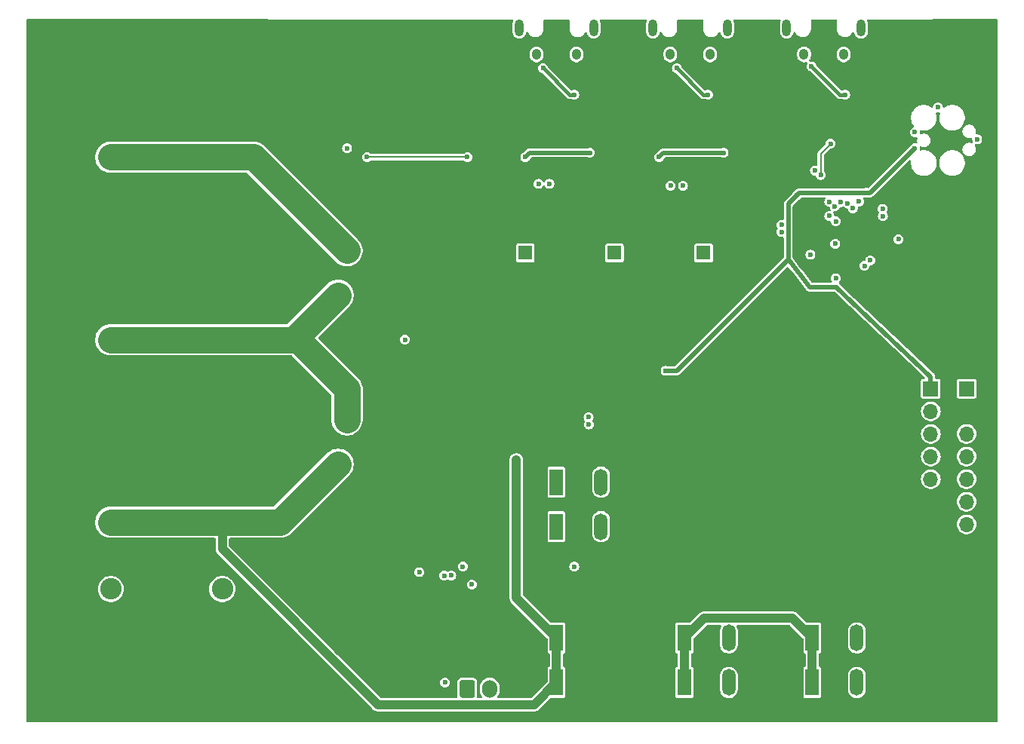
<source format=gbl>
G04 #@! TF.GenerationSoftware,KiCad,Pcbnew,8.0.2+dfsg-1*
G04 #@! TF.CreationDate,2024-05-24T10:29:33+00:00*
G04 #@! TF.ProjectId,akkupack-ng,616b6b75-7061-4636-9b2d-6e672e6b6963,rev?*
G04 #@! TF.SameCoordinates,Original*
G04 #@! TF.FileFunction,Copper,L4,Bot*
G04 #@! TF.FilePolarity,Positive*
%FSLAX46Y46*%
G04 Gerber Fmt 4.6, Leading zero omitted, Abs format (unit mm)*
G04 Created by KiCad (PCBNEW 8.0.2+dfsg-1) date 2024-05-24 10:29:33*
%MOMM*%
%LPD*%
G01*
G04 APERTURE LIST*
G04 #@! TA.AperFunction,ComponentPad*
%ADD10R,2.413000X2.413000*%
G04 #@! TD*
G04 #@! TA.AperFunction,ComponentPad*
%ADD11C,2.413000*%
G04 #@! TD*
G04 #@! TA.AperFunction,ComponentPad*
%ADD12R,1.700000X1.700000*%
G04 #@! TD*
G04 #@! TA.AperFunction,ComponentPad*
%ADD13O,1.700000X1.700000*%
G04 #@! TD*
G04 #@! TA.AperFunction,ComponentPad*
%ADD14C,6.400000*%
G04 #@! TD*
G04 #@! TA.AperFunction,ComponentPad*
%ADD15R,1.500000X3.000000*%
G04 #@! TD*
G04 #@! TA.AperFunction,ComponentPad*
%ADD16O,1.500000X3.000000*%
G04 #@! TD*
G04 #@! TA.AperFunction,HeatsinkPad*
%ADD17O,1.000000X1.900000*%
G04 #@! TD*
G04 #@! TA.AperFunction,HeatsinkPad*
%ADD18O,1.050000X1.250000*%
G04 #@! TD*
G04 #@! TA.AperFunction,ComponentPad*
%ADD19C,2.000000*%
G04 #@! TD*
G04 #@! TA.AperFunction,ComponentPad*
%ADD20R,1.600000X1.600000*%
G04 #@! TD*
G04 #@! TA.AperFunction,ComponentPad*
%ADD21C,1.600000*%
G04 #@! TD*
G04 #@! TA.AperFunction,ComponentPad*
%ADD22O,1.700000X2.000000*%
G04 #@! TD*
G04 #@! TA.AperFunction,ViaPad*
%ADD23C,0.600000*%
G04 #@! TD*
G04 #@! TA.AperFunction,Conductor*
%ADD24C,0.200000*%
G04 #@! TD*
G04 #@! TA.AperFunction,Conductor*
%ADD25C,3.000000*%
G04 #@! TD*
G04 #@! TA.AperFunction,Conductor*
%ADD26C,1.000000*%
G04 #@! TD*
G04 #@! TA.AperFunction,Conductor*
%ADD27C,0.500000*%
G04 #@! TD*
G04 #@! TA.AperFunction,Conductor*
%ADD28C,0.400000*%
G04 #@! TD*
G04 APERTURE END LIST*
D10*
X72500000Y-61000000D03*
D11*
X60000000Y-61000000D03*
X72500000Y-68500000D03*
X60000000Y-68500000D03*
D12*
X152000000Y-87000000D03*
D13*
X152000000Y-89540000D03*
X152000000Y-92080000D03*
X152000000Y-94620000D03*
X152000000Y-97160000D03*
X152000000Y-99700000D03*
D12*
X156000000Y-87000000D03*
D13*
X156000000Y-89540000D03*
X156000000Y-92080000D03*
X156000000Y-94620000D03*
X156000000Y-97160000D03*
X156000000Y-99700000D03*
X156000000Y-102240000D03*
D14*
X155000000Y-120000000D03*
D15*
X110000000Y-115000000D03*
X110000000Y-120000000D03*
D16*
X115000000Y-115000000D03*
X115000000Y-120000000D03*
D17*
X114175000Y-46460000D03*
D18*
X112225000Y-49460000D03*
X107775000Y-49460000D03*
D17*
X105825000Y-46460000D03*
D15*
X138700000Y-115000000D03*
X138700000Y-120000000D03*
D16*
X143700000Y-115000000D03*
X143700000Y-120000000D03*
D19*
X85500000Y-76500000D03*
X86500000Y-71500000D03*
D14*
X87500000Y-55000000D03*
D20*
X106500000Y-71750000D03*
D21*
X106500000Y-75250000D03*
D10*
X72500000Y-81500000D03*
D11*
X60000000Y-81500000D03*
X72500000Y-89000000D03*
X60000000Y-89000000D03*
D10*
X72500000Y-102000000D03*
D11*
X60000000Y-102000000D03*
X72500000Y-109500000D03*
X60000000Y-109500000D03*
D14*
X55500000Y-120000000D03*
X87500000Y-114500000D03*
D19*
X85500000Y-95500000D03*
X86500000Y-90500000D03*
D15*
X124350000Y-115000000D03*
X124350000Y-120000000D03*
D16*
X129350000Y-115000000D03*
X129350000Y-120000000D03*
D14*
X155000000Y-50000000D03*
D20*
X116500000Y-71750000D03*
D21*
X116500000Y-75250000D03*
D15*
X110000500Y-97500000D03*
X110000500Y-102500000D03*
D16*
X115000500Y-97500000D03*
X115000500Y-102500000D03*
D17*
X144175000Y-46460000D03*
D18*
X142225000Y-49460000D03*
X137775000Y-49460000D03*
D17*
X135825000Y-46460000D03*
D20*
X126500000Y-71750000D03*
D21*
X126500000Y-75250000D03*
D14*
X55000000Y-50000000D03*
G04 #@! TA.AperFunction,ComponentPad*
G36*
G01*
X99150000Y-121475000D02*
X99150000Y-119975000D01*
G75*
G02*
X99400000Y-119725000I250000J0D01*
G01*
X100600000Y-119725000D01*
G75*
G02*
X100850000Y-119975000I0J-250000D01*
G01*
X100850000Y-121475000D01*
G75*
G02*
X100600000Y-121725000I-250000J0D01*
G01*
X99400000Y-121725000D01*
G75*
G02*
X99150000Y-121475000I0J250000D01*
G01*
G37*
G04 #@! TD.AperFunction*
D22*
X102500000Y-120725000D03*
D17*
X129175000Y-46460000D03*
D18*
X127225000Y-49460000D03*
X122775000Y-49460000D03*
D17*
X120825000Y-46460000D03*
D23*
X97500000Y-120000000D03*
X98800000Y-89600000D03*
X138300000Y-68700000D03*
X94000000Y-62400000D03*
X94600000Y-66600000D03*
X91400000Y-96400000D03*
X98700000Y-84600000D03*
X91800000Y-91600000D03*
X98600000Y-95200000D03*
X94400000Y-87000000D03*
X94400000Y-76800000D03*
X96400000Y-56400000D03*
X98600000Y-100000000D03*
X94400000Y-72000000D03*
X95600000Y-91000000D03*
X98800000Y-64800000D03*
X92000000Y-88200000D03*
X91000000Y-66800000D03*
X98400000Y-70000000D03*
X96200000Y-96200000D03*
X99000000Y-75000000D03*
X91200000Y-75200000D03*
X91000000Y-70600000D03*
X96600000Y-101600000D03*
X140600000Y-71800000D03*
X98800000Y-54800000D03*
X138200000Y-70400000D03*
X100000000Y-61000000D03*
X88750000Y-61000000D03*
X105500000Y-95000000D03*
X100500000Y-109000000D03*
X93000000Y-81500000D03*
X86500000Y-60000000D03*
X113600737Y-90200737D03*
X97400000Y-108000000D03*
X135250000Y-68600000D03*
X141275735Y-70724265D03*
X94600000Y-107600000D03*
X98199965Y-107992582D03*
X113625250Y-91025250D03*
X135250000Y-69400003D03*
X148375735Y-70224265D03*
X141350000Y-74600000D03*
X136000000Y-72500000D03*
X122250000Y-85000000D03*
X144750000Y-65000000D03*
X137000000Y-65250000D03*
X141350000Y-75600000D03*
X150200000Y-60000000D03*
X152800000Y-55400000D03*
X140600000Y-67600000D03*
X139000000Y-62500000D03*
X150200000Y-58200000D03*
X157200000Y-59000000D03*
X141350000Y-68200000D03*
X123500000Y-51000000D03*
X127000000Y-54000000D03*
X128750000Y-60500000D03*
X121500000Y-61000000D03*
X138488146Y-71954836D03*
X139650000Y-63000000D03*
X140750000Y-59500000D03*
X124200000Y-64200000D03*
X140602510Y-66004669D03*
X122800000Y-64200000D03*
X141202607Y-66533710D03*
X144556564Y-73200000D03*
X108000000Y-64000000D03*
X109200000Y-64000000D03*
X145200000Y-72600000D03*
X146624265Y-67624265D03*
X141857592Y-66074364D03*
X143250000Y-66750000D03*
X143956564Y-65983036D03*
X142650000Y-66184313D03*
X108500000Y-51000000D03*
X112000000Y-54000000D03*
X113750000Y-60500000D03*
X106500000Y-61000000D03*
X99500000Y-107000000D03*
X112000000Y-107000000D03*
X138600000Y-50800000D03*
X142400000Y-54000000D03*
X146600000Y-66800000D03*
D24*
X100000000Y-61000000D02*
X88750000Y-61000000D01*
D25*
X72500000Y-81500000D02*
X81000000Y-81500000D01*
X86500000Y-87000000D02*
X81000000Y-81500000D01*
X81000000Y-81000000D02*
X81000000Y-81500000D01*
X86500000Y-90500000D02*
X86500000Y-87000000D01*
X85500000Y-76500000D02*
X81000000Y-81000000D01*
X60000000Y-81500000D02*
X72500000Y-81500000D01*
D26*
X72500000Y-105015433D02*
X72500000Y-102000000D01*
D25*
X60000000Y-102000000D02*
X72500000Y-102000000D01*
D26*
X105500000Y-110500000D02*
X105500000Y-95000000D01*
D25*
X72500000Y-102000000D02*
X79000000Y-102000000D01*
X79000000Y-102000000D02*
X85500000Y-95500000D01*
D26*
X110000000Y-120000000D02*
X107500000Y-122500000D01*
X107500000Y-122500000D02*
X89984567Y-122500000D01*
X89984567Y-122500000D02*
X72500000Y-105015433D01*
X110000000Y-115000000D02*
X105500000Y-110500000D01*
X110000000Y-120000000D02*
X110000000Y-115000000D01*
D25*
X86500000Y-71500000D02*
X76000000Y-61000000D01*
X60000000Y-61000000D02*
X72500000Y-61000000D01*
X76000000Y-61000000D02*
X72500000Y-61000000D01*
D27*
X137250000Y-65000000D02*
X143800000Y-65000000D01*
X136375000Y-65875000D02*
X137000000Y-65250000D01*
X123500000Y-85000000D02*
X136000000Y-72500000D01*
X141350000Y-75600000D02*
X152000000Y-85650000D01*
X136000000Y-66250000D02*
X137000000Y-65250000D01*
X136375000Y-65875000D02*
X137250000Y-65000000D01*
X143800000Y-65000000D02*
X145200000Y-65000000D01*
X143800000Y-65000000D02*
X144750000Y-65000000D01*
X138400000Y-75600000D02*
X136000000Y-72500000D01*
X141350000Y-75600000D02*
X138400000Y-75600000D01*
X136000000Y-72500000D02*
X136000000Y-66250000D01*
X145200000Y-65000000D02*
X150200000Y-60000000D01*
X122250000Y-85000000D02*
X123500000Y-85000000D01*
X152000000Y-85650000D02*
X152000000Y-87000000D01*
D28*
X123500000Y-51000000D02*
X126500000Y-54000000D01*
X126500000Y-54000000D02*
X127000000Y-54000000D01*
D27*
X128750000Y-60500000D02*
X122000000Y-60500000D01*
X122000000Y-60500000D02*
X121500000Y-61000000D01*
D24*
X139650000Y-63000000D02*
X139650000Y-60600000D01*
X139650000Y-60600000D02*
X140750000Y-59500000D01*
D28*
X108500000Y-51000000D02*
X111500000Y-54000000D01*
X111500000Y-54000000D02*
X112000000Y-54000000D01*
D27*
X113750000Y-60500000D02*
X107000000Y-60500000D01*
X107000000Y-60500000D02*
X106500000Y-61000000D01*
D26*
X124350000Y-115000000D02*
X126550000Y-112800000D01*
X126550000Y-112800000D02*
X136500000Y-112800000D01*
X136500000Y-112800000D02*
X138700000Y-115000000D01*
X138700000Y-120000000D02*
X138700000Y-115000000D01*
X124350000Y-120000000D02*
X124350000Y-115000000D01*
D28*
X141800000Y-54000000D02*
X142400000Y-54000000D01*
X138600000Y-50800000D02*
X141800000Y-54000000D01*
G04 #@! TA.AperFunction,Conductor*
G36*
X105034097Y-45510283D02*
G01*
X105101133Y-45529979D01*
X105146879Y-45582792D01*
X105156810Y-45651952D01*
X105148636Y-45681735D01*
X105103343Y-45791082D01*
X105103340Y-45791092D01*
X105074500Y-45936079D01*
X105074500Y-45936082D01*
X105074500Y-46983918D01*
X105074500Y-46983920D01*
X105074499Y-46983920D01*
X105103340Y-47128907D01*
X105103343Y-47128917D01*
X105159912Y-47265488D01*
X105159919Y-47265501D01*
X105242048Y-47388415D01*
X105242051Y-47388419D01*
X105346580Y-47492948D01*
X105346584Y-47492951D01*
X105469498Y-47575080D01*
X105469511Y-47575087D01*
X105606082Y-47631656D01*
X105606087Y-47631658D01*
X105606091Y-47631658D01*
X105606092Y-47631659D01*
X105751079Y-47660500D01*
X105751082Y-47660500D01*
X105898920Y-47660500D01*
X105996462Y-47641096D01*
X106043913Y-47631658D01*
X106180495Y-47575084D01*
X106303416Y-47492951D01*
X106407951Y-47388416D01*
X106490084Y-47265495D01*
X106546658Y-47128913D01*
X106564849Y-47037463D01*
X106597234Y-46975552D01*
X106657949Y-46940978D01*
X106727719Y-46944717D01*
X106784391Y-46985584D01*
X106801027Y-47014201D01*
X106804833Y-47023390D01*
X106804833Y-47023391D01*
X106906113Y-47174967D01*
X106906119Y-47174975D01*
X107035024Y-47303880D01*
X107035032Y-47303886D01*
X107186608Y-47405166D01*
X107186612Y-47405168D01*
X107355037Y-47474931D01*
X107355042Y-47474933D01*
X107355046Y-47474933D01*
X107355047Y-47474934D01*
X107533843Y-47510500D01*
X107533846Y-47510500D01*
X107716156Y-47510500D01*
X107836445Y-47486572D01*
X107894958Y-47474933D01*
X108063389Y-47405167D01*
X108063391Y-47405166D01*
X108138672Y-47354864D01*
X108214972Y-47303883D01*
X108343883Y-47174972D01*
X108445167Y-47023389D01*
X108452311Y-47006143D01*
X108477754Y-46944717D01*
X108514933Y-46854958D01*
X108550500Y-46676154D01*
X108550500Y-46585000D01*
X108550500Y-46519108D01*
X108550500Y-45634500D01*
X108570185Y-45567461D01*
X108622989Y-45521706D01*
X108674500Y-45510500D01*
X111325500Y-45510500D01*
X111392539Y-45530185D01*
X111438294Y-45582989D01*
X111449500Y-45634500D01*
X111449500Y-46519108D01*
X111449500Y-46585000D01*
X111449500Y-46676154D01*
X111449500Y-46676156D01*
X111449499Y-46676156D01*
X111485065Y-46854952D01*
X111485068Y-46854962D01*
X111554831Y-47023387D01*
X111554833Y-47023391D01*
X111656113Y-47174967D01*
X111656119Y-47174975D01*
X111785024Y-47303880D01*
X111785032Y-47303886D01*
X111936608Y-47405166D01*
X111936612Y-47405168D01*
X112105037Y-47474931D01*
X112105042Y-47474933D01*
X112105046Y-47474933D01*
X112105047Y-47474934D01*
X112283843Y-47510500D01*
X112283846Y-47510500D01*
X112466156Y-47510500D01*
X112586445Y-47486572D01*
X112644958Y-47474933D01*
X112813389Y-47405167D01*
X112813391Y-47405166D01*
X112888672Y-47354864D01*
X112964972Y-47303883D01*
X113093883Y-47174972D01*
X113195167Y-47023389D01*
X113198970Y-47014205D01*
X113242807Y-46959802D01*
X113309100Y-46937733D01*
X113376800Y-46955009D01*
X113424414Y-47006143D01*
X113435150Y-47037462D01*
X113453340Y-47128907D01*
X113453343Y-47128917D01*
X113509912Y-47265488D01*
X113509919Y-47265501D01*
X113592048Y-47388415D01*
X113592051Y-47388419D01*
X113696580Y-47492948D01*
X113696584Y-47492951D01*
X113819498Y-47575080D01*
X113819511Y-47575087D01*
X113956082Y-47631656D01*
X113956087Y-47631658D01*
X113956091Y-47631658D01*
X113956092Y-47631659D01*
X114101079Y-47660500D01*
X114101082Y-47660500D01*
X114248920Y-47660500D01*
X114346462Y-47641096D01*
X114393913Y-47631658D01*
X114530495Y-47575084D01*
X114653416Y-47492951D01*
X114757951Y-47388416D01*
X114840084Y-47265495D01*
X114896658Y-47128913D01*
X114917648Y-47023391D01*
X114925500Y-46983920D01*
X114925500Y-45936079D01*
X114896659Y-45791092D01*
X114896658Y-45791091D01*
X114896658Y-45791087D01*
X114851452Y-45681951D01*
X114843984Y-45612483D01*
X114875259Y-45550004D01*
X114935348Y-45514352D01*
X114966014Y-45510500D01*
X120033986Y-45510500D01*
X120101025Y-45530185D01*
X120146780Y-45582989D01*
X120156724Y-45652147D01*
X120148547Y-45681953D01*
X120103342Y-45791086D01*
X120103340Y-45791092D01*
X120074500Y-45936079D01*
X120074500Y-45936082D01*
X120074500Y-46983918D01*
X120074500Y-46983920D01*
X120074499Y-46983920D01*
X120103340Y-47128907D01*
X120103343Y-47128917D01*
X120159912Y-47265488D01*
X120159919Y-47265501D01*
X120242048Y-47388415D01*
X120242051Y-47388419D01*
X120346580Y-47492948D01*
X120346584Y-47492951D01*
X120469498Y-47575080D01*
X120469511Y-47575087D01*
X120606082Y-47631656D01*
X120606087Y-47631658D01*
X120606091Y-47631658D01*
X120606092Y-47631659D01*
X120751079Y-47660500D01*
X120751082Y-47660500D01*
X120898920Y-47660500D01*
X120996462Y-47641096D01*
X121043913Y-47631658D01*
X121180495Y-47575084D01*
X121303416Y-47492951D01*
X121407951Y-47388416D01*
X121490084Y-47265495D01*
X121546658Y-47128913D01*
X121564849Y-47037463D01*
X121597234Y-46975552D01*
X121657949Y-46940978D01*
X121727719Y-46944717D01*
X121784391Y-46985584D01*
X121801027Y-47014201D01*
X121804833Y-47023390D01*
X121804833Y-47023391D01*
X121906113Y-47174967D01*
X121906119Y-47174975D01*
X122035024Y-47303880D01*
X122035032Y-47303886D01*
X122186608Y-47405166D01*
X122186612Y-47405168D01*
X122355037Y-47474931D01*
X122355042Y-47474933D01*
X122355046Y-47474933D01*
X122355047Y-47474934D01*
X122533843Y-47510500D01*
X122533846Y-47510500D01*
X122716156Y-47510500D01*
X122836445Y-47486572D01*
X122894958Y-47474933D01*
X123063389Y-47405167D01*
X123063391Y-47405166D01*
X123138672Y-47354864D01*
X123214972Y-47303883D01*
X123343883Y-47174972D01*
X123445167Y-47023389D01*
X123452311Y-47006143D01*
X123477754Y-46944717D01*
X123514933Y-46854958D01*
X123550500Y-46676154D01*
X123550500Y-46585000D01*
X123550500Y-46519108D01*
X123550500Y-45634500D01*
X123570185Y-45567461D01*
X123622989Y-45521706D01*
X123674500Y-45510500D01*
X126325500Y-45510500D01*
X126392539Y-45530185D01*
X126438294Y-45582989D01*
X126449500Y-45634500D01*
X126449500Y-46519108D01*
X126449500Y-46585000D01*
X126449500Y-46676154D01*
X126449500Y-46676156D01*
X126449499Y-46676156D01*
X126485065Y-46854952D01*
X126485068Y-46854962D01*
X126554831Y-47023387D01*
X126554833Y-47023391D01*
X126656113Y-47174967D01*
X126656119Y-47174975D01*
X126785024Y-47303880D01*
X126785032Y-47303886D01*
X126936608Y-47405166D01*
X126936612Y-47405168D01*
X127105037Y-47474931D01*
X127105042Y-47474933D01*
X127105046Y-47474933D01*
X127105047Y-47474934D01*
X127283843Y-47510500D01*
X127283846Y-47510500D01*
X127466156Y-47510500D01*
X127586445Y-47486572D01*
X127644958Y-47474933D01*
X127813389Y-47405167D01*
X127813391Y-47405166D01*
X127888672Y-47354864D01*
X127964972Y-47303883D01*
X128093883Y-47174972D01*
X128195167Y-47023389D01*
X128198970Y-47014205D01*
X128242807Y-46959802D01*
X128309100Y-46937733D01*
X128376800Y-46955009D01*
X128424414Y-47006143D01*
X128435150Y-47037462D01*
X128453340Y-47128907D01*
X128453343Y-47128917D01*
X128509912Y-47265488D01*
X128509919Y-47265501D01*
X128592048Y-47388415D01*
X128592051Y-47388419D01*
X128696580Y-47492948D01*
X128696584Y-47492951D01*
X128819498Y-47575080D01*
X128819511Y-47575087D01*
X128956082Y-47631656D01*
X128956087Y-47631658D01*
X128956091Y-47631658D01*
X128956092Y-47631659D01*
X129101079Y-47660500D01*
X129101082Y-47660500D01*
X129248920Y-47660500D01*
X129346462Y-47641096D01*
X129393913Y-47631658D01*
X129530495Y-47575084D01*
X129653416Y-47492951D01*
X129757951Y-47388416D01*
X129840084Y-47265495D01*
X129896658Y-47128913D01*
X129917648Y-47023391D01*
X129925500Y-46983920D01*
X129925500Y-45936079D01*
X129896659Y-45791092D01*
X129896658Y-45791091D01*
X129896658Y-45791087D01*
X129851452Y-45681951D01*
X129843984Y-45612483D01*
X129875259Y-45550004D01*
X129935348Y-45514352D01*
X129966014Y-45510500D01*
X135033986Y-45510500D01*
X135101025Y-45530185D01*
X135146780Y-45582989D01*
X135156724Y-45652147D01*
X135148547Y-45681953D01*
X135103342Y-45791086D01*
X135103340Y-45791092D01*
X135074500Y-45936079D01*
X135074500Y-45936082D01*
X135074500Y-46983918D01*
X135074500Y-46983920D01*
X135074499Y-46983920D01*
X135103340Y-47128907D01*
X135103343Y-47128917D01*
X135159912Y-47265488D01*
X135159919Y-47265501D01*
X135242048Y-47388415D01*
X135242051Y-47388419D01*
X135346580Y-47492948D01*
X135346584Y-47492951D01*
X135469498Y-47575080D01*
X135469511Y-47575087D01*
X135606082Y-47631656D01*
X135606087Y-47631658D01*
X135606091Y-47631658D01*
X135606092Y-47631659D01*
X135751079Y-47660500D01*
X135751082Y-47660500D01*
X135898920Y-47660500D01*
X135996462Y-47641096D01*
X136043913Y-47631658D01*
X136180495Y-47575084D01*
X136303416Y-47492951D01*
X136407951Y-47388416D01*
X136490084Y-47265495D01*
X136546658Y-47128913D01*
X136564849Y-47037463D01*
X136597234Y-46975552D01*
X136657949Y-46940978D01*
X136727719Y-46944717D01*
X136784391Y-46985584D01*
X136801027Y-47014201D01*
X136804833Y-47023390D01*
X136804833Y-47023391D01*
X136906113Y-47174967D01*
X136906119Y-47174975D01*
X137035024Y-47303880D01*
X137035032Y-47303886D01*
X137186608Y-47405166D01*
X137186612Y-47405168D01*
X137355037Y-47474931D01*
X137355042Y-47474933D01*
X137355046Y-47474933D01*
X137355047Y-47474934D01*
X137533843Y-47510500D01*
X137533846Y-47510500D01*
X137716156Y-47510500D01*
X137836445Y-47486572D01*
X137894958Y-47474933D01*
X138063389Y-47405167D01*
X138063391Y-47405166D01*
X138138672Y-47354864D01*
X138214972Y-47303883D01*
X138343883Y-47174972D01*
X138445167Y-47023389D01*
X138452311Y-47006143D01*
X138477754Y-46944717D01*
X138514933Y-46854958D01*
X138550500Y-46676154D01*
X138550500Y-46585000D01*
X138550500Y-46519108D01*
X138550500Y-45634500D01*
X138570185Y-45567461D01*
X138622989Y-45521706D01*
X138674500Y-45510500D01*
X141325500Y-45510500D01*
X141392539Y-45530185D01*
X141438294Y-45582989D01*
X141449500Y-45634500D01*
X141449500Y-46519108D01*
X141449500Y-46585000D01*
X141449500Y-46676154D01*
X141449500Y-46676156D01*
X141449499Y-46676156D01*
X141485065Y-46854952D01*
X141485068Y-46854962D01*
X141554831Y-47023387D01*
X141554833Y-47023391D01*
X141656113Y-47174967D01*
X141656119Y-47174975D01*
X141785024Y-47303880D01*
X141785032Y-47303886D01*
X141936608Y-47405166D01*
X141936612Y-47405168D01*
X142105037Y-47474931D01*
X142105042Y-47474933D01*
X142105046Y-47474933D01*
X142105047Y-47474934D01*
X142283843Y-47510500D01*
X142283846Y-47510500D01*
X142466156Y-47510500D01*
X142586445Y-47486572D01*
X142644958Y-47474933D01*
X142813389Y-47405167D01*
X142813391Y-47405166D01*
X142888672Y-47354864D01*
X142964972Y-47303883D01*
X143093883Y-47174972D01*
X143195167Y-47023389D01*
X143198970Y-47014205D01*
X143242807Y-46959802D01*
X143309100Y-46937733D01*
X143376800Y-46955009D01*
X143424414Y-47006143D01*
X143435150Y-47037462D01*
X143453340Y-47128907D01*
X143453343Y-47128917D01*
X143509912Y-47265488D01*
X143509919Y-47265501D01*
X143592048Y-47388415D01*
X143592051Y-47388419D01*
X143696580Y-47492948D01*
X143696584Y-47492951D01*
X143819498Y-47575080D01*
X143819511Y-47575087D01*
X143956082Y-47631656D01*
X143956087Y-47631658D01*
X143956091Y-47631658D01*
X143956092Y-47631659D01*
X144101079Y-47660500D01*
X144101082Y-47660500D01*
X144248920Y-47660500D01*
X144346462Y-47641096D01*
X144393913Y-47631658D01*
X144530495Y-47575084D01*
X144653416Y-47492951D01*
X144757951Y-47388416D01*
X144840084Y-47265495D01*
X144896658Y-47128913D01*
X144917648Y-47023391D01*
X144925500Y-46983920D01*
X144925500Y-45936079D01*
X144896659Y-45791092D01*
X144896658Y-45791091D01*
X144896658Y-45791087D01*
X144896656Y-45791082D01*
X144851143Y-45681202D01*
X144843674Y-45611733D01*
X144874949Y-45549254D01*
X144935039Y-45513602D01*
X144965621Y-45509750D01*
X159375425Y-45500883D01*
X159442475Y-45520526D01*
X159488263Y-45573302D01*
X159499500Y-45624883D01*
X159499500Y-124375500D01*
X159479815Y-124442539D01*
X159427011Y-124488294D01*
X159375500Y-124499500D01*
X50624500Y-124499500D01*
X50557461Y-124479815D01*
X50511706Y-124427011D01*
X50500500Y-124375500D01*
X50500500Y-109499994D01*
X58538007Y-109499994D01*
X58538007Y-109500005D01*
X58557946Y-109740632D01*
X58617222Y-109974708D01*
X58714215Y-110195831D01*
X58846279Y-110397972D01*
X58846282Y-110397975D01*
X59008249Y-110573918D01*
X59009821Y-110575625D01*
X59009825Y-110575628D01*
X59200366Y-110723932D01*
X59200369Y-110723933D01*
X59200371Y-110723935D01*
X59323823Y-110790743D01*
X59412724Y-110838854D01*
X59641102Y-110917256D01*
X59879270Y-110957000D01*
X59879271Y-110957000D01*
X60120729Y-110957000D01*
X60120730Y-110957000D01*
X60358898Y-110917256D01*
X60587276Y-110838854D01*
X60799634Y-110723932D01*
X60990181Y-110575623D01*
X61153718Y-110397975D01*
X61285784Y-110195832D01*
X61382778Y-109974708D01*
X61442053Y-109740636D01*
X61461993Y-109500000D01*
X61461993Y-109499994D01*
X71038007Y-109499994D01*
X71038007Y-109500005D01*
X71057946Y-109740632D01*
X71117222Y-109974708D01*
X71214215Y-110195831D01*
X71346279Y-110397972D01*
X71346282Y-110397975D01*
X71508249Y-110573918D01*
X71509821Y-110575625D01*
X71509825Y-110575628D01*
X71700366Y-110723932D01*
X71700369Y-110723933D01*
X71700371Y-110723935D01*
X71823823Y-110790743D01*
X71912724Y-110838854D01*
X72141102Y-110917256D01*
X72379270Y-110957000D01*
X72379271Y-110957000D01*
X72620729Y-110957000D01*
X72620730Y-110957000D01*
X72858898Y-110917256D01*
X73087276Y-110838854D01*
X73299634Y-110723932D01*
X73490181Y-110575623D01*
X73653718Y-110397975D01*
X73785784Y-110195832D01*
X73882778Y-109974708D01*
X73942053Y-109740636D01*
X73961993Y-109500000D01*
X73960407Y-109480862D01*
X73942053Y-109259367D01*
X73942053Y-109259364D01*
X73882778Y-109025292D01*
X73785784Y-108804168D01*
X73732346Y-108722375D01*
X73653720Y-108602027D01*
X73535350Y-108473444D01*
X73490181Y-108424377D01*
X73490180Y-108424376D01*
X73490178Y-108424374D01*
X73490174Y-108424371D01*
X73299638Y-108276071D01*
X73299628Y-108276064D01*
X73087282Y-108161149D01*
X73087279Y-108161147D01*
X73087276Y-108161146D01*
X73087273Y-108161145D01*
X73087271Y-108161144D01*
X72858900Y-108082744D01*
X72700119Y-108056248D01*
X72620730Y-108043000D01*
X72379270Y-108043000D01*
X72319728Y-108052936D01*
X72141099Y-108082744D01*
X71912728Y-108161144D01*
X71912717Y-108161149D01*
X71700371Y-108276064D01*
X71700361Y-108276071D01*
X71509825Y-108424371D01*
X71509821Y-108424374D01*
X71346279Y-108602027D01*
X71214215Y-108804168D01*
X71117222Y-109025291D01*
X71057946Y-109259367D01*
X71038007Y-109499994D01*
X61461993Y-109499994D01*
X61460407Y-109480862D01*
X61442053Y-109259367D01*
X61442053Y-109259364D01*
X61382778Y-109025292D01*
X61285784Y-108804168D01*
X61232346Y-108722375D01*
X61153720Y-108602027D01*
X61035350Y-108473444D01*
X60990181Y-108424377D01*
X60990180Y-108424376D01*
X60990178Y-108424374D01*
X60990174Y-108424371D01*
X60799638Y-108276071D01*
X60799628Y-108276064D01*
X60587282Y-108161149D01*
X60587279Y-108161147D01*
X60587276Y-108161146D01*
X60587273Y-108161145D01*
X60587271Y-108161144D01*
X60358900Y-108082744D01*
X60200119Y-108056248D01*
X60120730Y-108043000D01*
X59879270Y-108043000D01*
X59819728Y-108052936D01*
X59641099Y-108082744D01*
X59412728Y-108161144D01*
X59412717Y-108161149D01*
X59200371Y-108276064D01*
X59200361Y-108276071D01*
X59009825Y-108424371D01*
X59009821Y-108424374D01*
X58846279Y-108602027D01*
X58714215Y-108804168D01*
X58617222Y-109025291D01*
X58557946Y-109259367D01*
X58538007Y-109499994D01*
X50500500Y-109499994D01*
X50500500Y-101885258D01*
X58249500Y-101885258D01*
X58249500Y-102114741D01*
X58265992Y-102240000D01*
X58279452Y-102342238D01*
X58279453Y-102342240D01*
X58338842Y-102563887D01*
X58426650Y-102775876D01*
X58426657Y-102775890D01*
X58541392Y-102974617D01*
X58681081Y-103156661D01*
X58681089Y-103156670D01*
X58843330Y-103318911D01*
X58843335Y-103318915D01*
X58843339Y-103318919D01*
X58871464Y-103340500D01*
X59025382Y-103458607D01*
X59025385Y-103458608D01*
X59025388Y-103458611D01*
X59224112Y-103573344D01*
X59224117Y-103573346D01*
X59224123Y-103573349D01*
X59315480Y-103611190D01*
X59436113Y-103661158D01*
X59657762Y-103720548D01*
X59885266Y-103750500D01*
X71625500Y-103750500D01*
X71692539Y-103770185D01*
X71738294Y-103822989D01*
X71749500Y-103874500D01*
X71749500Y-105089351D01*
X71749500Y-105089353D01*
X71749499Y-105089353D01*
X71778340Y-105234340D01*
X71778343Y-105234350D01*
X71834914Y-105370925D01*
X71867812Y-105420160D01*
X71867813Y-105420163D01*
X71917046Y-105493847D01*
X71917052Y-105493854D01*
X89506151Y-123082952D01*
X89506153Y-123082954D01*
X89535625Y-123102645D01*
X89579837Y-123132186D01*
X89629072Y-123165084D01*
X89629073Y-123165084D01*
X89629074Y-123165085D01*
X89629076Y-123165086D01*
X89765649Y-123221656D01*
X89765654Y-123221658D01*
X89765658Y-123221658D01*
X89765659Y-123221659D01*
X89910646Y-123250500D01*
X89910649Y-123250500D01*
X107573920Y-123250500D01*
X107671462Y-123231096D01*
X107718913Y-123221658D01*
X107855495Y-123165084D01*
X107904729Y-123132186D01*
X107904734Y-123132183D01*
X107929071Y-123115921D01*
X107978416Y-123082952D01*
X109274549Y-121786819D01*
X109335872Y-121753334D01*
X109362230Y-121750500D01*
X110774676Y-121750500D01*
X110774677Y-121750499D01*
X110847740Y-121735966D01*
X110930601Y-121680601D01*
X110985966Y-121597740D01*
X111000500Y-121524674D01*
X111000500Y-118475326D01*
X111000500Y-118475323D01*
X111000499Y-118475321D01*
X110985967Y-118402264D01*
X110985966Y-118402260D01*
X110930601Y-118319399D01*
X110847740Y-118264034D01*
X110847739Y-118264033D01*
X110836456Y-118259360D01*
X110837157Y-118257665D01*
X110788396Y-118232157D01*
X110753823Y-118171441D01*
X110750500Y-118142927D01*
X110750500Y-116857072D01*
X110770185Y-116790033D01*
X110822989Y-116744278D01*
X110844239Y-116737415D01*
X110847738Y-116735966D01*
X110847740Y-116735966D01*
X110930601Y-116680601D01*
X110985966Y-116597740D01*
X111000500Y-116524674D01*
X111000500Y-113475326D01*
X111000500Y-113475323D01*
X111000499Y-113475321D01*
X123349500Y-113475321D01*
X123349500Y-116524678D01*
X123364032Y-116597735D01*
X123364033Y-116597739D01*
X123364034Y-116597740D01*
X123419399Y-116680601D01*
X123466470Y-116712052D01*
X123502260Y-116735966D01*
X123513544Y-116740640D01*
X123512841Y-116742335D01*
X123561595Y-116767833D01*
X123596174Y-116828546D01*
X123599500Y-116857072D01*
X123599500Y-118142927D01*
X123579815Y-118209966D01*
X123527011Y-118255721D01*
X123505755Y-118262586D01*
X123502260Y-118264033D01*
X123419399Y-118319399D01*
X123364033Y-118402260D01*
X123364032Y-118402264D01*
X123349500Y-118475321D01*
X123349500Y-121524678D01*
X123364032Y-121597735D01*
X123364033Y-121597739D01*
X123364034Y-121597740D01*
X123419399Y-121680601D01*
X123493054Y-121729815D01*
X123502260Y-121735966D01*
X123502264Y-121735967D01*
X123575321Y-121750499D01*
X123575324Y-121750500D01*
X123575326Y-121750500D01*
X125124676Y-121750500D01*
X125124677Y-121750499D01*
X125197740Y-121735966D01*
X125280601Y-121680601D01*
X125335966Y-121597740D01*
X125350500Y-121524674D01*
X125350500Y-120848543D01*
X128349499Y-120848543D01*
X128387947Y-121041829D01*
X128387950Y-121041839D01*
X128463364Y-121223907D01*
X128463371Y-121223920D01*
X128572860Y-121387781D01*
X128572863Y-121387785D01*
X128712214Y-121527136D01*
X128712218Y-121527139D01*
X128876079Y-121636628D01*
X128876092Y-121636635D01*
X128982237Y-121680601D01*
X129058165Y-121712051D01*
X129058169Y-121712051D01*
X129058170Y-121712052D01*
X129251456Y-121750500D01*
X129251459Y-121750500D01*
X129448543Y-121750500D01*
X129578582Y-121724632D01*
X129641835Y-121712051D01*
X129823914Y-121636632D01*
X129987782Y-121527139D01*
X130127139Y-121387782D01*
X130236632Y-121223914D01*
X130312051Y-121041835D01*
X130350500Y-120848541D01*
X130350500Y-119151459D01*
X130350500Y-119151456D01*
X130312052Y-118958170D01*
X130312051Y-118958169D01*
X130312051Y-118958165D01*
X130312049Y-118958160D01*
X130236635Y-118776092D01*
X130236628Y-118776079D01*
X130127139Y-118612218D01*
X130127136Y-118612214D01*
X129987785Y-118472863D01*
X129987781Y-118472860D01*
X129823920Y-118363371D01*
X129823907Y-118363364D01*
X129641839Y-118287950D01*
X129641829Y-118287947D01*
X129448543Y-118249500D01*
X129448541Y-118249500D01*
X129251459Y-118249500D01*
X129251457Y-118249500D01*
X129058170Y-118287947D01*
X129058160Y-118287950D01*
X128876092Y-118363364D01*
X128876079Y-118363371D01*
X128712218Y-118472860D01*
X128712214Y-118472863D01*
X128572863Y-118612214D01*
X128572860Y-118612218D01*
X128463371Y-118776079D01*
X128463364Y-118776092D01*
X128387950Y-118958160D01*
X128387947Y-118958170D01*
X128349500Y-119151456D01*
X128349500Y-119151459D01*
X128349500Y-120848541D01*
X128349500Y-120848543D01*
X128349499Y-120848543D01*
X125350500Y-120848543D01*
X125350500Y-118475326D01*
X125350500Y-118475323D01*
X125350499Y-118475321D01*
X125335967Y-118402264D01*
X125335966Y-118402260D01*
X125280601Y-118319399D01*
X125197740Y-118264034D01*
X125197739Y-118264033D01*
X125186456Y-118259360D01*
X125187157Y-118257665D01*
X125138396Y-118232157D01*
X125103823Y-118171441D01*
X125100500Y-118142927D01*
X125100500Y-116857072D01*
X125120185Y-116790033D01*
X125172989Y-116744278D01*
X125194239Y-116737415D01*
X125197738Y-116735966D01*
X125197740Y-116735966D01*
X125280601Y-116680601D01*
X125335966Y-116597740D01*
X125350500Y-116524674D01*
X125350500Y-115112230D01*
X125370185Y-115045191D01*
X125386819Y-115024549D01*
X126824549Y-113586819D01*
X126885872Y-113553334D01*
X126912230Y-113550500D01*
X128382111Y-113550500D01*
X128449150Y-113570185D01*
X128494905Y-113622989D01*
X128504849Y-113692147D01*
X128485214Y-113743390D01*
X128463370Y-113776081D01*
X128463364Y-113776092D01*
X128387950Y-113958160D01*
X128387947Y-113958170D01*
X128349500Y-114151456D01*
X128349500Y-114151459D01*
X128349500Y-115848541D01*
X128349500Y-115848543D01*
X128349499Y-115848543D01*
X128387947Y-116041829D01*
X128387950Y-116041839D01*
X128463364Y-116223907D01*
X128463371Y-116223920D01*
X128572860Y-116387781D01*
X128572863Y-116387785D01*
X128712214Y-116527136D01*
X128712218Y-116527139D01*
X128876079Y-116636628D01*
X128876092Y-116636635D01*
X128982237Y-116680601D01*
X129058165Y-116712051D01*
X129058169Y-116712051D01*
X129058170Y-116712052D01*
X129251456Y-116750500D01*
X129251459Y-116750500D01*
X129448543Y-116750500D01*
X129578582Y-116724632D01*
X129641835Y-116712051D01*
X129823914Y-116636632D01*
X129987782Y-116527139D01*
X130127139Y-116387782D01*
X130236632Y-116223914D01*
X130312051Y-116041835D01*
X130350500Y-115848541D01*
X130350500Y-114151459D01*
X130350500Y-114151456D01*
X130312052Y-113958170D01*
X130312051Y-113958169D01*
X130312051Y-113958165D01*
X130312049Y-113958160D01*
X130236635Y-113776092D01*
X130236629Y-113776081D01*
X130214786Y-113743390D01*
X130193909Y-113676712D01*
X130212394Y-113609332D01*
X130264373Y-113562643D01*
X130317889Y-113550500D01*
X136137770Y-113550500D01*
X136204809Y-113570185D01*
X136225451Y-113586819D01*
X137663181Y-115024549D01*
X137696666Y-115085872D01*
X137699500Y-115112230D01*
X137699500Y-116524678D01*
X137714032Y-116597735D01*
X137714033Y-116597739D01*
X137714034Y-116597740D01*
X137769399Y-116680601D01*
X137816470Y-116712052D01*
X137852260Y-116735966D01*
X137863544Y-116740640D01*
X137862841Y-116742335D01*
X137911595Y-116767833D01*
X137946174Y-116828546D01*
X137949500Y-116857072D01*
X137949500Y-118142927D01*
X137929815Y-118209966D01*
X137877011Y-118255721D01*
X137855755Y-118262586D01*
X137852260Y-118264033D01*
X137769399Y-118319399D01*
X137714033Y-118402260D01*
X137714032Y-118402264D01*
X137699500Y-118475321D01*
X137699500Y-121524678D01*
X137714032Y-121597735D01*
X137714033Y-121597739D01*
X137714034Y-121597740D01*
X137769399Y-121680601D01*
X137843054Y-121729815D01*
X137852260Y-121735966D01*
X137852264Y-121735967D01*
X137925321Y-121750499D01*
X137925324Y-121750500D01*
X137925326Y-121750500D01*
X139474676Y-121750500D01*
X139474677Y-121750499D01*
X139547740Y-121735966D01*
X139630601Y-121680601D01*
X139685966Y-121597740D01*
X139700500Y-121524674D01*
X139700500Y-120848543D01*
X142699499Y-120848543D01*
X142737947Y-121041829D01*
X142737950Y-121041839D01*
X142813364Y-121223907D01*
X142813371Y-121223920D01*
X142922860Y-121387781D01*
X142922863Y-121387785D01*
X143062214Y-121527136D01*
X143062218Y-121527139D01*
X143226079Y-121636628D01*
X143226092Y-121636635D01*
X143332237Y-121680601D01*
X143408165Y-121712051D01*
X143408169Y-121712051D01*
X143408170Y-121712052D01*
X143601456Y-121750500D01*
X143601459Y-121750500D01*
X143798543Y-121750500D01*
X143928582Y-121724632D01*
X143991835Y-121712051D01*
X144173914Y-121636632D01*
X144337782Y-121527139D01*
X144477139Y-121387782D01*
X144586632Y-121223914D01*
X144662051Y-121041835D01*
X144700500Y-120848541D01*
X144700500Y-119151459D01*
X144700500Y-119151456D01*
X144662052Y-118958170D01*
X144662051Y-118958169D01*
X144662051Y-118958165D01*
X144662049Y-118958160D01*
X144586635Y-118776092D01*
X144586628Y-118776079D01*
X144477139Y-118612218D01*
X144477136Y-118612214D01*
X144337785Y-118472863D01*
X144337781Y-118472860D01*
X144173920Y-118363371D01*
X144173907Y-118363364D01*
X143991839Y-118287950D01*
X143991829Y-118287947D01*
X143798543Y-118249500D01*
X143798541Y-118249500D01*
X143601459Y-118249500D01*
X143601457Y-118249500D01*
X143408170Y-118287947D01*
X143408160Y-118287950D01*
X143226092Y-118363364D01*
X143226079Y-118363371D01*
X143062218Y-118472860D01*
X143062214Y-118472863D01*
X142922863Y-118612214D01*
X142922860Y-118612218D01*
X142813371Y-118776079D01*
X142813364Y-118776092D01*
X142737950Y-118958160D01*
X142737947Y-118958170D01*
X142699500Y-119151456D01*
X142699500Y-119151459D01*
X142699500Y-120848541D01*
X142699500Y-120848543D01*
X142699499Y-120848543D01*
X139700500Y-120848543D01*
X139700500Y-118475326D01*
X139700500Y-118475323D01*
X139700499Y-118475321D01*
X139685967Y-118402264D01*
X139685966Y-118402260D01*
X139630601Y-118319399D01*
X139547740Y-118264034D01*
X139547739Y-118264033D01*
X139536456Y-118259360D01*
X139537157Y-118257665D01*
X139488396Y-118232157D01*
X139453823Y-118171441D01*
X139450500Y-118142927D01*
X139450500Y-116857072D01*
X139470185Y-116790033D01*
X139522989Y-116744278D01*
X139544239Y-116737415D01*
X139547738Y-116735966D01*
X139547740Y-116735966D01*
X139630601Y-116680601D01*
X139685966Y-116597740D01*
X139700500Y-116524674D01*
X139700500Y-115848543D01*
X142699499Y-115848543D01*
X142737947Y-116041829D01*
X142737950Y-116041839D01*
X142813364Y-116223907D01*
X142813371Y-116223920D01*
X142922860Y-116387781D01*
X142922863Y-116387785D01*
X143062214Y-116527136D01*
X143062218Y-116527139D01*
X143226079Y-116636628D01*
X143226092Y-116636635D01*
X143332237Y-116680601D01*
X143408165Y-116712051D01*
X143408169Y-116712051D01*
X143408170Y-116712052D01*
X143601456Y-116750500D01*
X143601459Y-116750500D01*
X143798543Y-116750500D01*
X143928582Y-116724632D01*
X143991835Y-116712051D01*
X144173914Y-116636632D01*
X144337782Y-116527139D01*
X144477139Y-116387782D01*
X144586632Y-116223914D01*
X144662051Y-116041835D01*
X144700500Y-115848541D01*
X144700500Y-114151459D01*
X144700500Y-114151456D01*
X144662052Y-113958170D01*
X144662051Y-113958169D01*
X144662051Y-113958165D01*
X144662049Y-113958160D01*
X144586635Y-113776092D01*
X144586628Y-113776079D01*
X144477139Y-113612218D01*
X144477136Y-113612214D01*
X144337785Y-113472863D01*
X144337781Y-113472860D01*
X144173920Y-113363371D01*
X144173907Y-113363364D01*
X143991839Y-113287950D01*
X143991829Y-113287947D01*
X143798543Y-113249500D01*
X143798541Y-113249500D01*
X143601459Y-113249500D01*
X143601457Y-113249500D01*
X143408170Y-113287947D01*
X143408160Y-113287950D01*
X143226092Y-113363364D01*
X143226079Y-113363371D01*
X143062218Y-113472860D01*
X143062214Y-113472863D01*
X142922863Y-113612214D01*
X142922860Y-113612218D01*
X142813371Y-113776079D01*
X142813364Y-113776092D01*
X142737950Y-113958160D01*
X142737947Y-113958170D01*
X142699500Y-114151456D01*
X142699500Y-114151459D01*
X142699500Y-115848541D01*
X142699500Y-115848543D01*
X142699499Y-115848543D01*
X139700500Y-115848543D01*
X139700500Y-113475326D01*
X139700500Y-113475323D01*
X139700499Y-113475321D01*
X139685967Y-113402264D01*
X139685966Y-113402260D01*
X139630601Y-113319399D01*
X139547740Y-113264034D01*
X139547739Y-113264033D01*
X139547735Y-113264032D01*
X139474677Y-113249500D01*
X139474674Y-113249500D01*
X138062230Y-113249500D01*
X137995191Y-113229815D01*
X137974549Y-113213181D01*
X136978421Y-112217052D01*
X136978414Y-112217046D01*
X136904729Y-112167812D01*
X136904729Y-112167813D01*
X136855491Y-112134913D01*
X136718917Y-112078343D01*
X136718907Y-112078340D01*
X136573920Y-112049500D01*
X136573918Y-112049500D01*
X126476082Y-112049500D01*
X126476080Y-112049500D01*
X126331092Y-112078340D01*
X126331086Y-112078342D01*
X126194508Y-112134914D01*
X126194496Y-112134921D01*
X126145269Y-112167813D01*
X126071588Y-112217044D01*
X126071580Y-112217050D01*
X125075451Y-113213181D01*
X125014128Y-113246666D01*
X124987770Y-113249500D01*
X123575323Y-113249500D01*
X123502264Y-113264032D01*
X123502260Y-113264033D01*
X123419399Y-113319399D01*
X123364033Y-113402260D01*
X123364032Y-113402264D01*
X123349500Y-113475321D01*
X111000499Y-113475321D01*
X110985967Y-113402264D01*
X110985966Y-113402260D01*
X110930601Y-113319399D01*
X110847740Y-113264034D01*
X110847739Y-113264033D01*
X110847735Y-113264032D01*
X110774677Y-113249500D01*
X110774674Y-113249500D01*
X109362230Y-113249500D01*
X109295191Y-113229815D01*
X109274549Y-113213181D01*
X106286819Y-110225451D01*
X106253334Y-110164128D01*
X106250500Y-110137770D01*
X106250500Y-107000000D01*
X111444750Y-107000000D01*
X111453132Y-107063670D01*
X111463670Y-107143708D01*
X111463671Y-107143712D01*
X111519137Y-107277622D01*
X111519138Y-107277624D01*
X111519139Y-107277625D01*
X111607379Y-107392621D01*
X111722375Y-107480861D01*
X111856291Y-107536330D01*
X111970727Y-107551396D01*
X111999999Y-107555250D01*
X112000000Y-107555250D01*
X112000001Y-107555250D01*
X112029273Y-107551396D01*
X112143709Y-107536330D01*
X112277625Y-107480861D01*
X112392621Y-107392621D01*
X112480861Y-107277625D01*
X112536330Y-107143709D01*
X112555250Y-107000000D01*
X112536330Y-106856291D01*
X112480861Y-106722375D01*
X112392621Y-106607379D01*
X112277625Y-106519139D01*
X112277624Y-106519138D01*
X112277622Y-106519137D01*
X112143712Y-106463671D01*
X112143710Y-106463670D01*
X112143709Y-106463670D01*
X112071854Y-106454210D01*
X112000001Y-106444750D01*
X111999999Y-106444750D01*
X111856291Y-106463670D01*
X111856287Y-106463671D01*
X111722377Y-106519137D01*
X111607379Y-106607379D01*
X111519137Y-106722377D01*
X111463671Y-106856287D01*
X111463670Y-106856291D01*
X111444750Y-107000000D01*
X106250500Y-107000000D01*
X106250500Y-100975321D01*
X109000000Y-100975321D01*
X109000000Y-104024678D01*
X109014532Y-104097735D01*
X109014533Y-104097739D01*
X109014534Y-104097740D01*
X109069899Y-104180601D01*
X109116970Y-104212052D01*
X109152760Y-104235966D01*
X109152764Y-104235967D01*
X109225821Y-104250499D01*
X109225824Y-104250500D01*
X109225826Y-104250500D01*
X110775176Y-104250500D01*
X110775177Y-104250499D01*
X110848240Y-104235966D01*
X110931101Y-104180601D01*
X110986466Y-104097740D01*
X111001000Y-104024674D01*
X111001000Y-103348543D01*
X113999999Y-103348543D01*
X114038447Y-103541829D01*
X114038449Y-103541835D01*
X114113864Y-103723907D01*
X114113871Y-103723920D01*
X114223360Y-103887781D01*
X114223363Y-103887785D01*
X114362714Y-104027136D01*
X114362718Y-104027139D01*
X114526579Y-104136628D01*
X114526592Y-104136635D01*
X114632737Y-104180601D01*
X114708665Y-104212051D01*
X114708669Y-104212051D01*
X114708670Y-104212052D01*
X114901956Y-104250500D01*
X114901959Y-104250500D01*
X115099043Y-104250500D01*
X115229082Y-104224632D01*
X115292335Y-104212051D01*
X115474414Y-104136632D01*
X115638282Y-104027139D01*
X115777639Y-103887782D01*
X115887132Y-103723914D01*
X115962551Y-103541835D01*
X115975132Y-103478582D01*
X116001000Y-103348543D01*
X116001000Y-102239999D01*
X154894785Y-102239999D01*
X154894785Y-102240000D01*
X154913602Y-102443082D01*
X154969417Y-102639247D01*
X154969422Y-102639260D01*
X155060327Y-102821821D01*
X155183237Y-102984581D01*
X155333958Y-103121980D01*
X155333960Y-103121982D01*
X155389969Y-103156661D01*
X155507363Y-103229348D01*
X155697544Y-103303024D01*
X155898024Y-103340500D01*
X155898026Y-103340500D01*
X156101974Y-103340500D01*
X156101976Y-103340500D01*
X156302456Y-103303024D01*
X156492637Y-103229348D01*
X156666041Y-103121981D01*
X156816764Y-102984579D01*
X156939673Y-102821821D01*
X157030582Y-102639250D01*
X157086397Y-102443083D01*
X157105215Y-102240000D01*
X157086397Y-102036917D01*
X157030582Y-101840750D01*
X156939673Y-101658179D01*
X156816764Y-101495421D01*
X156816762Y-101495418D01*
X156666041Y-101358019D01*
X156666039Y-101358017D01*
X156492642Y-101250655D01*
X156492635Y-101250651D01*
X156397546Y-101213814D01*
X156302456Y-101176976D01*
X156101976Y-101139500D01*
X155898024Y-101139500D01*
X155697544Y-101176976D01*
X155697541Y-101176976D01*
X155697541Y-101176977D01*
X155507364Y-101250651D01*
X155507357Y-101250655D01*
X155333960Y-101358017D01*
X155333958Y-101358019D01*
X155183237Y-101495418D01*
X155060327Y-101658178D01*
X154969422Y-101840739D01*
X154969417Y-101840752D01*
X154913602Y-102036917D01*
X154894785Y-102239999D01*
X116001000Y-102239999D01*
X116001000Y-101651456D01*
X115962552Y-101458170D01*
X115962551Y-101458169D01*
X115962551Y-101458165D01*
X115953417Y-101436113D01*
X115887135Y-101276092D01*
X115887128Y-101276079D01*
X115777639Y-101112218D01*
X115777636Y-101112214D01*
X115638285Y-100972863D01*
X115638281Y-100972860D01*
X115474420Y-100863371D01*
X115474407Y-100863364D01*
X115292339Y-100787950D01*
X115292329Y-100787947D01*
X115099043Y-100749500D01*
X115099041Y-100749500D01*
X114901959Y-100749500D01*
X114901957Y-100749500D01*
X114708670Y-100787947D01*
X114708660Y-100787950D01*
X114526592Y-100863364D01*
X114526579Y-100863371D01*
X114362718Y-100972860D01*
X114362714Y-100972863D01*
X114223363Y-101112214D01*
X114223360Y-101112218D01*
X114113871Y-101276079D01*
X114113864Y-101276092D01*
X114038450Y-101458160D01*
X114038447Y-101458170D01*
X114000000Y-101651456D01*
X114000000Y-101651459D01*
X114000000Y-103348541D01*
X114000000Y-103348543D01*
X113999999Y-103348543D01*
X111001000Y-103348543D01*
X111001000Y-100975326D01*
X111001000Y-100975323D01*
X111000999Y-100975321D01*
X110986467Y-100902264D01*
X110986466Y-100902260D01*
X110931101Y-100819399D01*
X110848240Y-100764034D01*
X110848239Y-100764033D01*
X110848235Y-100764032D01*
X110775177Y-100749500D01*
X110775174Y-100749500D01*
X109225826Y-100749500D01*
X109225823Y-100749500D01*
X109152764Y-100764032D01*
X109152760Y-100764033D01*
X109069899Y-100819399D01*
X109014533Y-100902260D01*
X109014532Y-100902264D01*
X109000000Y-100975321D01*
X106250500Y-100975321D01*
X106250500Y-99699999D01*
X154894785Y-99699999D01*
X154894785Y-99700000D01*
X154913602Y-99903082D01*
X154969417Y-100099247D01*
X154969422Y-100099260D01*
X155060327Y-100281821D01*
X155183237Y-100444581D01*
X155333958Y-100581980D01*
X155333960Y-100581982D01*
X155433141Y-100643392D01*
X155507363Y-100689348D01*
X155697544Y-100763024D01*
X155898024Y-100800500D01*
X155898026Y-100800500D01*
X156101974Y-100800500D01*
X156101976Y-100800500D01*
X156302456Y-100763024D01*
X156492637Y-100689348D01*
X156666041Y-100581981D01*
X156816764Y-100444579D01*
X156939673Y-100281821D01*
X157030582Y-100099250D01*
X157086397Y-99903083D01*
X157105215Y-99700000D01*
X157086397Y-99496917D01*
X157030582Y-99300750D01*
X156939673Y-99118179D01*
X156816764Y-98955421D01*
X156816762Y-98955418D01*
X156666041Y-98818019D01*
X156666039Y-98818017D01*
X156492642Y-98710655D01*
X156492635Y-98710651D01*
X156397546Y-98673814D01*
X156302456Y-98636976D01*
X156101976Y-98599500D01*
X155898024Y-98599500D01*
X155697544Y-98636976D01*
X155697541Y-98636976D01*
X155697541Y-98636977D01*
X155507364Y-98710651D01*
X155507357Y-98710655D01*
X155333960Y-98818017D01*
X155333958Y-98818019D01*
X155183237Y-98955418D01*
X155060327Y-99118178D01*
X154969422Y-99300739D01*
X154969417Y-99300752D01*
X154913602Y-99496917D01*
X154894785Y-99699999D01*
X106250500Y-99699999D01*
X106250500Y-95975321D01*
X109000000Y-95975321D01*
X109000000Y-99024678D01*
X109014532Y-99097735D01*
X109014533Y-99097739D01*
X109014534Y-99097740D01*
X109069899Y-99180601D01*
X109116970Y-99212052D01*
X109152760Y-99235966D01*
X109152764Y-99235967D01*
X109225821Y-99250499D01*
X109225824Y-99250500D01*
X109225826Y-99250500D01*
X110775176Y-99250500D01*
X110775177Y-99250499D01*
X110848240Y-99235966D01*
X110931101Y-99180601D01*
X110986466Y-99097740D01*
X111001000Y-99024674D01*
X111001000Y-98348543D01*
X113999999Y-98348543D01*
X114038447Y-98541829D01*
X114038450Y-98541839D01*
X114113864Y-98723907D01*
X114113871Y-98723920D01*
X114223360Y-98887781D01*
X114223363Y-98887785D01*
X114362714Y-99027136D01*
X114362718Y-99027139D01*
X114526579Y-99136628D01*
X114526592Y-99136635D01*
X114632737Y-99180601D01*
X114708665Y-99212051D01*
X114708669Y-99212051D01*
X114708670Y-99212052D01*
X114901956Y-99250500D01*
X114901959Y-99250500D01*
X115099043Y-99250500D01*
X115229082Y-99224632D01*
X115292335Y-99212051D01*
X115474414Y-99136632D01*
X115638282Y-99027139D01*
X115777639Y-98887782D01*
X115887132Y-98723914D01*
X115962551Y-98541835D01*
X116001000Y-98348541D01*
X116001000Y-97159999D01*
X150894785Y-97159999D01*
X150894785Y-97160000D01*
X150913602Y-97363082D01*
X150969417Y-97559247D01*
X150969422Y-97559260D01*
X151060327Y-97741821D01*
X151183237Y-97904581D01*
X151333958Y-98041980D01*
X151333960Y-98041982D01*
X151433141Y-98103392D01*
X151507363Y-98149348D01*
X151697544Y-98223024D01*
X151898024Y-98260500D01*
X151898026Y-98260500D01*
X152101974Y-98260500D01*
X152101976Y-98260500D01*
X152302456Y-98223024D01*
X152492637Y-98149348D01*
X152666041Y-98041981D01*
X152816764Y-97904579D01*
X152939673Y-97741821D01*
X153030582Y-97559250D01*
X153086397Y-97363083D01*
X153105215Y-97160000D01*
X153105215Y-97159999D01*
X154894785Y-97159999D01*
X154894785Y-97160000D01*
X154913602Y-97363082D01*
X154969417Y-97559247D01*
X154969422Y-97559260D01*
X155060327Y-97741821D01*
X155183237Y-97904581D01*
X155333958Y-98041980D01*
X155333960Y-98041982D01*
X155433141Y-98103392D01*
X155507363Y-98149348D01*
X155697544Y-98223024D01*
X155898024Y-98260500D01*
X155898026Y-98260500D01*
X156101974Y-98260500D01*
X156101976Y-98260500D01*
X156302456Y-98223024D01*
X156492637Y-98149348D01*
X156666041Y-98041981D01*
X156816764Y-97904579D01*
X156939673Y-97741821D01*
X157030582Y-97559250D01*
X157086397Y-97363083D01*
X157105215Y-97160000D01*
X157086397Y-96956917D01*
X157030582Y-96760750D01*
X156939673Y-96578179D01*
X156816764Y-96415421D01*
X156816762Y-96415418D01*
X156666041Y-96278019D01*
X156666039Y-96278017D01*
X156492642Y-96170655D01*
X156492635Y-96170651D01*
X156341790Y-96112214D01*
X156302456Y-96096976D01*
X156101976Y-96059500D01*
X155898024Y-96059500D01*
X155697544Y-96096976D01*
X155697541Y-96096976D01*
X155697541Y-96096977D01*
X155507364Y-96170651D01*
X155507357Y-96170655D01*
X155333960Y-96278017D01*
X155333958Y-96278019D01*
X155183237Y-96415418D01*
X155060327Y-96578178D01*
X154969422Y-96760739D01*
X154969417Y-96760752D01*
X154913602Y-96956917D01*
X154894785Y-97159999D01*
X153105215Y-97159999D01*
X153086397Y-96956917D01*
X153030582Y-96760750D01*
X152939673Y-96578179D01*
X152816764Y-96415421D01*
X152816762Y-96415418D01*
X152666041Y-96278019D01*
X152666039Y-96278017D01*
X152492642Y-96170655D01*
X152492635Y-96170651D01*
X152341790Y-96112214D01*
X152302456Y-96096976D01*
X152101976Y-96059500D01*
X151898024Y-96059500D01*
X151697544Y-96096976D01*
X151697541Y-96096976D01*
X151697541Y-96096977D01*
X151507364Y-96170651D01*
X151507357Y-96170655D01*
X151333960Y-96278017D01*
X151333958Y-96278019D01*
X151183237Y-96415418D01*
X151060327Y-96578178D01*
X150969422Y-96760739D01*
X150969417Y-96760752D01*
X150913602Y-96956917D01*
X150894785Y-97159999D01*
X116001000Y-97159999D01*
X116001000Y-96651459D01*
X116001000Y-96651456D01*
X115962552Y-96458170D01*
X115962551Y-96458169D01*
X115962551Y-96458165D01*
X115887932Y-96278017D01*
X115887135Y-96276092D01*
X115887128Y-96276079D01*
X115777639Y-96112218D01*
X115777636Y-96112214D01*
X115638285Y-95972863D01*
X115638281Y-95972860D01*
X115474420Y-95863371D01*
X115474407Y-95863364D01*
X115292339Y-95787950D01*
X115292329Y-95787947D01*
X115099043Y-95749500D01*
X115099041Y-95749500D01*
X114901959Y-95749500D01*
X114901957Y-95749500D01*
X114708670Y-95787947D01*
X114708660Y-95787950D01*
X114526592Y-95863364D01*
X114526579Y-95863371D01*
X114362718Y-95972860D01*
X114362714Y-95972863D01*
X114223363Y-96112214D01*
X114223360Y-96112218D01*
X114113871Y-96276079D01*
X114113864Y-96276092D01*
X114038450Y-96458160D01*
X114038447Y-96458170D01*
X114000000Y-96651456D01*
X114000000Y-96651459D01*
X114000000Y-98348541D01*
X114000000Y-98348543D01*
X113999999Y-98348543D01*
X111001000Y-98348543D01*
X111001000Y-95975326D01*
X111001000Y-95975323D01*
X111000999Y-95975321D01*
X110986467Y-95902264D01*
X110986466Y-95902260D01*
X110931101Y-95819399D01*
X110848240Y-95764034D01*
X110848239Y-95764033D01*
X110848235Y-95764032D01*
X110775177Y-95749500D01*
X110775174Y-95749500D01*
X109225826Y-95749500D01*
X109225823Y-95749500D01*
X109152764Y-95764032D01*
X109152760Y-95764033D01*
X109069899Y-95819399D01*
X109014533Y-95902260D01*
X109014532Y-95902264D01*
X109000000Y-95975321D01*
X106250500Y-95975321D01*
X106250500Y-94926079D01*
X106221659Y-94781092D01*
X106221658Y-94781091D01*
X106221658Y-94781087D01*
X106221656Y-94781082D01*
X106165087Y-94644511D01*
X106165080Y-94644498D01*
X106148710Y-94619999D01*
X150894785Y-94619999D01*
X150894785Y-94620000D01*
X150913602Y-94823082D01*
X150969417Y-95019247D01*
X150969422Y-95019260D01*
X151060327Y-95201821D01*
X151183237Y-95364581D01*
X151333958Y-95501980D01*
X151333960Y-95501982D01*
X151433141Y-95563392D01*
X151507363Y-95609348D01*
X151697544Y-95683024D01*
X151898024Y-95720500D01*
X151898026Y-95720500D01*
X152101974Y-95720500D01*
X152101976Y-95720500D01*
X152302456Y-95683024D01*
X152492637Y-95609348D01*
X152666041Y-95501981D01*
X152816764Y-95364579D01*
X152939673Y-95201821D01*
X153030582Y-95019250D01*
X153086397Y-94823083D01*
X153105215Y-94620000D01*
X153105215Y-94619999D01*
X154894785Y-94619999D01*
X154894785Y-94620000D01*
X154913602Y-94823082D01*
X154969417Y-95019247D01*
X154969422Y-95019260D01*
X155060327Y-95201821D01*
X155183237Y-95364581D01*
X155333958Y-95501980D01*
X155333960Y-95501982D01*
X155433141Y-95563392D01*
X155507363Y-95609348D01*
X155697544Y-95683024D01*
X155898024Y-95720500D01*
X155898026Y-95720500D01*
X156101974Y-95720500D01*
X156101976Y-95720500D01*
X156302456Y-95683024D01*
X156492637Y-95609348D01*
X156666041Y-95501981D01*
X156816764Y-95364579D01*
X156939673Y-95201821D01*
X157030582Y-95019250D01*
X157086397Y-94823083D01*
X157105215Y-94620000D01*
X157086397Y-94416917D01*
X157030582Y-94220750D01*
X157010831Y-94181085D01*
X156986272Y-94131764D01*
X156939673Y-94038179D01*
X156816764Y-93875421D01*
X156816762Y-93875418D01*
X156666041Y-93738019D01*
X156666039Y-93738017D01*
X156492642Y-93630655D01*
X156492635Y-93630651D01*
X156397546Y-93593814D01*
X156302456Y-93556976D01*
X156101976Y-93519500D01*
X155898024Y-93519500D01*
X155697544Y-93556976D01*
X155697541Y-93556976D01*
X155697541Y-93556977D01*
X155507364Y-93630651D01*
X155507357Y-93630655D01*
X155333960Y-93738017D01*
X155333958Y-93738019D01*
X155183237Y-93875418D01*
X155060327Y-94038178D01*
X154969422Y-94220739D01*
X154969417Y-94220752D01*
X154913602Y-94416917D01*
X154894785Y-94619999D01*
X153105215Y-94619999D01*
X153086397Y-94416917D01*
X153030582Y-94220750D01*
X153010831Y-94181085D01*
X152986272Y-94131764D01*
X152939673Y-94038179D01*
X152816764Y-93875421D01*
X152816762Y-93875418D01*
X152666041Y-93738019D01*
X152666039Y-93738017D01*
X152492642Y-93630655D01*
X152492635Y-93630651D01*
X152397546Y-93593814D01*
X152302456Y-93556976D01*
X152101976Y-93519500D01*
X151898024Y-93519500D01*
X151697544Y-93556976D01*
X151697541Y-93556976D01*
X151697541Y-93556977D01*
X151507364Y-93630651D01*
X151507357Y-93630655D01*
X151333960Y-93738017D01*
X151333958Y-93738019D01*
X151183237Y-93875418D01*
X151060327Y-94038178D01*
X150969422Y-94220739D01*
X150969417Y-94220752D01*
X150913602Y-94416917D01*
X150894785Y-94619999D01*
X106148710Y-94619999D01*
X106082951Y-94521584D01*
X106082948Y-94521580D01*
X105978419Y-94417051D01*
X105978415Y-94417048D01*
X105855501Y-94334919D01*
X105855488Y-94334912D01*
X105718917Y-94278343D01*
X105718907Y-94278340D01*
X105573920Y-94249500D01*
X105573918Y-94249500D01*
X105426082Y-94249500D01*
X105426080Y-94249500D01*
X105281092Y-94278340D01*
X105281082Y-94278343D01*
X105144511Y-94334912D01*
X105144498Y-94334919D01*
X105021584Y-94417048D01*
X105021580Y-94417051D01*
X104917051Y-94521580D01*
X104917048Y-94521584D01*
X104834919Y-94644498D01*
X104834912Y-94644511D01*
X104778343Y-94781082D01*
X104778340Y-94781092D01*
X104749500Y-94926079D01*
X104749500Y-94926082D01*
X104749500Y-110573918D01*
X104749500Y-110573920D01*
X104749499Y-110573920D01*
X104778340Y-110718907D01*
X104778343Y-110718917D01*
X104834914Y-110855492D01*
X104867812Y-110904727D01*
X104867813Y-110904730D01*
X104917046Y-110978414D01*
X104917052Y-110978421D01*
X108963181Y-115024549D01*
X108996666Y-115085872D01*
X108999500Y-115112230D01*
X108999500Y-116524678D01*
X109014032Y-116597735D01*
X109014033Y-116597739D01*
X109014034Y-116597740D01*
X109069399Y-116680601D01*
X109116470Y-116712052D01*
X109152260Y-116735966D01*
X109163544Y-116740640D01*
X109162841Y-116742335D01*
X109211595Y-116767833D01*
X109246174Y-116828546D01*
X109249500Y-116857072D01*
X109249500Y-118142927D01*
X109229815Y-118209966D01*
X109177011Y-118255721D01*
X109155755Y-118262586D01*
X109152260Y-118264033D01*
X109069399Y-118319399D01*
X109014033Y-118402260D01*
X109014032Y-118402264D01*
X108999500Y-118475321D01*
X108999500Y-119887770D01*
X108979815Y-119954809D01*
X108963181Y-119975451D01*
X107225451Y-121713181D01*
X107164128Y-121746666D01*
X107137770Y-121749500D01*
X103468295Y-121749500D01*
X103401256Y-121729815D01*
X103355501Y-121677011D01*
X103345557Y-121607853D01*
X103367977Y-121552614D01*
X103388274Y-121524678D01*
X103441232Y-121451788D01*
X103519873Y-121297445D01*
X103573402Y-121132701D01*
X103600500Y-120961611D01*
X103600500Y-120488389D01*
X103573402Y-120317299D01*
X103519873Y-120152555D01*
X103441232Y-119998212D01*
X103339414Y-119858072D01*
X103216928Y-119735586D01*
X103076788Y-119633768D01*
X102922445Y-119555127D01*
X102757701Y-119501598D01*
X102757699Y-119501597D01*
X102757698Y-119501597D01*
X102626271Y-119480781D01*
X102586611Y-119474500D01*
X102413389Y-119474500D01*
X102373728Y-119480781D01*
X102242302Y-119501597D01*
X102077552Y-119555128D01*
X101923211Y-119633768D01*
X101843256Y-119691859D01*
X101783072Y-119735586D01*
X101783070Y-119735588D01*
X101783069Y-119735588D01*
X101660588Y-119858069D01*
X101660588Y-119858070D01*
X101660586Y-119858072D01*
X101653725Y-119867516D01*
X101558768Y-119998211D01*
X101480128Y-120152552D01*
X101426597Y-120317302D01*
X101414668Y-120392620D01*
X101399500Y-120488389D01*
X101399500Y-120961611D01*
X101426598Y-121132701D01*
X101480127Y-121297445D01*
X101558768Y-121451788D01*
X101611724Y-121524676D01*
X101632023Y-121552614D01*
X101655503Y-121618421D01*
X101639678Y-121686474D01*
X101589572Y-121735169D01*
X101531705Y-121749500D01*
X101210391Y-121749500D01*
X101143352Y-121729815D01*
X101097597Y-121677011D01*
X101087653Y-121607853D01*
X101093633Y-121584422D01*
X101094091Y-121582483D01*
X101097302Y-121552614D01*
X101100500Y-121522873D01*
X101100499Y-119927128D01*
X101094091Y-119867517D01*
X101090568Y-119858072D01*
X101043797Y-119732671D01*
X101043793Y-119732664D01*
X100957547Y-119617455D01*
X100957544Y-119617452D01*
X100842335Y-119531206D01*
X100842328Y-119531202D01*
X100707482Y-119480908D01*
X100707483Y-119480908D01*
X100647883Y-119474501D01*
X100647881Y-119474500D01*
X100647873Y-119474500D01*
X100647864Y-119474500D01*
X99352129Y-119474500D01*
X99352123Y-119474501D01*
X99292516Y-119480908D01*
X99157671Y-119531202D01*
X99157664Y-119531206D01*
X99042455Y-119617452D01*
X99042452Y-119617455D01*
X98956206Y-119732664D01*
X98956202Y-119732671D01*
X98905908Y-119867517D01*
X98903731Y-119887770D01*
X98899501Y-119927123D01*
X98899500Y-119927135D01*
X98899500Y-121522870D01*
X98899501Y-121522876D01*
X98905909Y-121582487D01*
X98907692Y-121590031D01*
X98906375Y-121590342D01*
X98910775Y-121651858D01*
X98877291Y-121713181D01*
X98815968Y-121746666D01*
X98789609Y-121749500D01*
X90346797Y-121749500D01*
X90279758Y-121729815D01*
X90259116Y-121713181D01*
X88545934Y-119999999D01*
X96944750Y-119999999D01*
X96944750Y-120000000D01*
X96963670Y-120143708D01*
X96963671Y-120143712D01*
X97019137Y-120277622D01*
X97019138Y-120277624D01*
X97019139Y-120277625D01*
X97107379Y-120392621D01*
X97222375Y-120480861D01*
X97356291Y-120536330D01*
X97483280Y-120553048D01*
X97499999Y-120555250D01*
X97500000Y-120555250D01*
X97500001Y-120555250D01*
X97514977Y-120553278D01*
X97643709Y-120536330D01*
X97777625Y-120480861D01*
X97892621Y-120392621D01*
X97980861Y-120277625D01*
X98036330Y-120143709D01*
X98055250Y-120000000D01*
X98055014Y-119998211D01*
X98045656Y-119927128D01*
X98036330Y-119856291D01*
X97980861Y-119722375D01*
X97892621Y-119607379D01*
X97777625Y-119519139D01*
X97777624Y-119519138D01*
X97777622Y-119519137D01*
X97643712Y-119463671D01*
X97643710Y-119463670D01*
X97643709Y-119463670D01*
X97571854Y-119454210D01*
X97500001Y-119444750D01*
X97499999Y-119444750D01*
X97356291Y-119463670D01*
X97356287Y-119463671D01*
X97222377Y-119519137D01*
X97107379Y-119607379D01*
X97019137Y-119722377D01*
X96963671Y-119856287D01*
X96963670Y-119856291D01*
X96944750Y-119999999D01*
X88545934Y-119999999D01*
X77545934Y-108999999D01*
X99944750Y-108999999D01*
X99944750Y-109000000D01*
X99963670Y-109143708D01*
X99963671Y-109143712D01*
X100019137Y-109277622D01*
X100019138Y-109277624D01*
X100019139Y-109277625D01*
X100107379Y-109392621D01*
X100222375Y-109480861D01*
X100356291Y-109536330D01*
X100483280Y-109553048D01*
X100499999Y-109555250D01*
X100500000Y-109555250D01*
X100500001Y-109555250D01*
X100514977Y-109553278D01*
X100643709Y-109536330D01*
X100777625Y-109480861D01*
X100892621Y-109392621D01*
X100980861Y-109277625D01*
X101036330Y-109143709D01*
X101055250Y-109000000D01*
X101036330Y-108856291D01*
X100980861Y-108722375D01*
X100892621Y-108607379D01*
X100777625Y-108519139D01*
X100777624Y-108519138D01*
X100777622Y-108519137D01*
X100643712Y-108463671D01*
X100643710Y-108463670D01*
X100643709Y-108463670D01*
X100571854Y-108454210D01*
X100500001Y-108444750D01*
X100499999Y-108444750D01*
X100356291Y-108463670D01*
X100356287Y-108463671D01*
X100222377Y-108519137D01*
X100107379Y-108607379D01*
X100019137Y-108722377D01*
X99963671Y-108856287D01*
X99963670Y-108856291D01*
X99944750Y-108999999D01*
X77545934Y-108999999D01*
X76145934Y-107599999D01*
X94044750Y-107599999D01*
X94044750Y-107600000D01*
X94063670Y-107743708D01*
X94063671Y-107743712D01*
X94119137Y-107877622D01*
X94119138Y-107877624D01*
X94119139Y-107877625D01*
X94207379Y-107992621D01*
X94322375Y-108080861D01*
X94456291Y-108136330D01*
X94583280Y-108153048D01*
X94599999Y-108155250D01*
X94600000Y-108155250D01*
X94600001Y-108155250D01*
X94614977Y-108153278D01*
X94743709Y-108136330D01*
X94877625Y-108080861D01*
X94983005Y-108000000D01*
X96844750Y-108000000D01*
X96862698Y-108136329D01*
X96863670Y-108143708D01*
X96863671Y-108143712D01*
X96919137Y-108277622D01*
X96919138Y-108277624D01*
X96919139Y-108277625D01*
X97007379Y-108392621D01*
X97122375Y-108480861D01*
X97256291Y-108536330D01*
X97383280Y-108553048D01*
X97399999Y-108555250D01*
X97400000Y-108555250D01*
X97400001Y-108555250D01*
X97414977Y-108553278D01*
X97543709Y-108536330D01*
X97677625Y-108480861D01*
X97729330Y-108441185D01*
X97794496Y-108415992D01*
X97862941Y-108430030D01*
X97880301Y-108441186D01*
X97909604Y-108463670D01*
X97922340Y-108473443D01*
X98056256Y-108528912D01*
X98183245Y-108545630D01*
X98199964Y-108547832D01*
X98199965Y-108547832D01*
X98199966Y-108547832D01*
X98214942Y-108545860D01*
X98343674Y-108528912D01*
X98477590Y-108473443D01*
X98592586Y-108385203D01*
X98680826Y-108270207D01*
X98736295Y-108136291D01*
X98755215Y-107992582D01*
X98736295Y-107848873D01*
X98692735Y-107743708D01*
X98680827Y-107714959D01*
X98680826Y-107714958D01*
X98680826Y-107714957D01*
X98592586Y-107599961D01*
X98477590Y-107511721D01*
X98477589Y-107511720D01*
X98477587Y-107511719D01*
X98343677Y-107456253D01*
X98343675Y-107456252D01*
X98343674Y-107456252D01*
X98256309Y-107444750D01*
X98199966Y-107437332D01*
X98199964Y-107437332D01*
X98056256Y-107456252D01*
X98056252Y-107456253D01*
X97922341Y-107511720D01*
X97922340Y-107511720D01*
X97870633Y-107551396D01*
X97805463Y-107576589D01*
X97737019Y-107562550D01*
X97719662Y-107551395D01*
X97677625Y-107519139D01*
X97677623Y-107519138D01*
X97543712Y-107463671D01*
X97543710Y-107463670D01*
X97543709Y-107463670D01*
X97471854Y-107454210D01*
X97400001Y-107444750D01*
X97399999Y-107444750D01*
X97256291Y-107463670D01*
X97256287Y-107463671D01*
X97122377Y-107519137D01*
X97007379Y-107607379D01*
X96919137Y-107722377D01*
X96863671Y-107856287D01*
X96863670Y-107856291D01*
X96845722Y-107992620D01*
X96844750Y-108000000D01*
X94983005Y-108000000D01*
X94992621Y-107992621D01*
X95080861Y-107877625D01*
X95136330Y-107743709D01*
X95155250Y-107600000D01*
X95136330Y-107456291D01*
X95080861Y-107322375D01*
X94992621Y-107207379D01*
X94877625Y-107119139D01*
X94877624Y-107119138D01*
X94877622Y-107119137D01*
X94743712Y-107063671D01*
X94743710Y-107063670D01*
X94743709Y-107063670D01*
X94671854Y-107054210D01*
X94600001Y-107044750D01*
X94599999Y-107044750D01*
X94456291Y-107063670D01*
X94456287Y-107063671D01*
X94322377Y-107119137D01*
X94207379Y-107207379D01*
X94119137Y-107322377D01*
X94063671Y-107456287D01*
X94063670Y-107456291D01*
X94044750Y-107599999D01*
X76145934Y-107599999D01*
X75545935Y-107000000D01*
X98944750Y-107000000D01*
X98953132Y-107063670D01*
X98963670Y-107143708D01*
X98963671Y-107143712D01*
X99019137Y-107277622D01*
X99019138Y-107277624D01*
X99019139Y-107277625D01*
X99107379Y-107392621D01*
X99222375Y-107480861D01*
X99356291Y-107536330D01*
X99470727Y-107551396D01*
X99499999Y-107555250D01*
X99500000Y-107555250D01*
X99500001Y-107555250D01*
X99529273Y-107551396D01*
X99643709Y-107536330D01*
X99777625Y-107480861D01*
X99892621Y-107392621D01*
X99980861Y-107277625D01*
X100036330Y-107143709D01*
X100055250Y-107000000D01*
X100036330Y-106856291D01*
X99980861Y-106722375D01*
X99892621Y-106607379D01*
X99777625Y-106519139D01*
X99777624Y-106519138D01*
X99777622Y-106519137D01*
X99643712Y-106463671D01*
X99643710Y-106463670D01*
X99643709Y-106463670D01*
X99571854Y-106454210D01*
X99500001Y-106444750D01*
X99499999Y-106444750D01*
X99356291Y-106463670D01*
X99356287Y-106463671D01*
X99222377Y-106519137D01*
X99107379Y-106607379D01*
X99019137Y-106722377D01*
X98963671Y-106856287D01*
X98963670Y-106856291D01*
X98944750Y-107000000D01*
X75545935Y-107000000D01*
X73286819Y-104740884D01*
X73253334Y-104679561D01*
X73250500Y-104653203D01*
X73250500Y-103874500D01*
X73270185Y-103807461D01*
X73322989Y-103761706D01*
X73374500Y-103750500D01*
X79114727Y-103750500D01*
X79114734Y-103750500D01*
X79316671Y-103723914D01*
X79342239Y-103720548D01*
X79563887Y-103661158D01*
X79730538Y-103592128D01*
X79775879Y-103573348D01*
X79775880Y-103573347D01*
X79775888Y-103573344D01*
X79830463Y-103541835D01*
X79974612Y-103458611D01*
X80067805Y-103387101D01*
X80156661Y-103318920D01*
X86818919Y-96656661D01*
X86958610Y-96474612D01*
X87073344Y-96275888D01*
X87161158Y-96063887D01*
X87220548Y-95842239D01*
X87250499Y-95614734D01*
X87250499Y-95385266D01*
X87220548Y-95157761D01*
X87161158Y-94936114D01*
X87157001Y-94926079D01*
X87073345Y-94724115D01*
X87073344Y-94724112D01*
X86958610Y-94525388D01*
X86818919Y-94343339D01*
X86818914Y-94343333D01*
X86656666Y-94181085D01*
X86656659Y-94181079D01*
X86474620Y-94041396D01*
X86474618Y-94041395D01*
X86474612Y-94041390D01*
X86275888Y-93926656D01*
X86275884Y-93926654D01*
X86063888Y-93838842D01*
X85945108Y-93807015D01*
X85842239Y-93779452D01*
X85842233Y-93779451D01*
X85842228Y-93779450D01*
X85614735Y-93749501D01*
X85614734Y-93749501D01*
X85385266Y-93749501D01*
X85385265Y-93749501D01*
X85157771Y-93779450D01*
X85157764Y-93779451D01*
X85157761Y-93779452D01*
X85064077Y-93804554D01*
X84936112Y-93838842D01*
X84724120Y-93926651D01*
X84724111Y-93926656D01*
X84525388Y-94041390D01*
X84525379Y-94041396D01*
X84343340Y-94181079D01*
X84343333Y-94181085D01*
X78311238Y-100213181D01*
X78249915Y-100246666D01*
X78223557Y-100249500D01*
X59885258Y-100249500D01*
X59668715Y-100278009D01*
X59657762Y-100279452D01*
X59648921Y-100281821D01*
X59436112Y-100338842D01*
X59224123Y-100426650D01*
X59224109Y-100426657D01*
X59025382Y-100541392D01*
X58843338Y-100681081D01*
X58681081Y-100843338D01*
X58541392Y-101025382D01*
X58426657Y-101224109D01*
X58426650Y-101224123D01*
X58338842Y-101436112D01*
X58279453Y-101657759D01*
X58279451Y-101657770D01*
X58249500Y-101885258D01*
X50500500Y-101885258D01*
X50500500Y-81385258D01*
X58249500Y-81385258D01*
X58249500Y-81614741D01*
X58270945Y-81777622D01*
X58279452Y-81842238D01*
X58279453Y-81842240D01*
X58338842Y-82063887D01*
X58426650Y-82275876D01*
X58426657Y-82275890D01*
X58541392Y-82474617D01*
X58681081Y-82656661D01*
X58681089Y-82656670D01*
X58843330Y-82818911D01*
X58843338Y-82818918D01*
X59025382Y-82958607D01*
X59025385Y-82958608D01*
X59025388Y-82958611D01*
X59224112Y-83073344D01*
X59224117Y-83073346D01*
X59224123Y-83073349D01*
X59315480Y-83111190D01*
X59436113Y-83161158D01*
X59657762Y-83220548D01*
X59885266Y-83250500D01*
X72385266Y-83250500D01*
X80223557Y-83250500D01*
X80290596Y-83270185D01*
X80311238Y-83286819D01*
X84713181Y-87688762D01*
X84746666Y-87750085D01*
X84749500Y-87776443D01*
X84749500Y-90614741D01*
X84766996Y-90747626D01*
X84779452Y-90842238D01*
X84779453Y-90842240D01*
X84838842Y-91063887D01*
X84926650Y-91275876D01*
X84926657Y-91275890D01*
X85041392Y-91474617D01*
X85181081Y-91656661D01*
X85181089Y-91656670D01*
X85343330Y-91818911D01*
X85343338Y-91818918D01*
X85525382Y-91958607D01*
X85525385Y-91958608D01*
X85525388Y-91958611D01*
X85724112Y-92073344D01*
X85724117Y-92073346D01*
X85724123Y-92073349D01*
X85815480Y-92111190D01*
X85936113Y-92161158D01*
X86157762Y-92220548D01*
X86385266Y-92250500D01*
X86385273Y-92250500D01*
X86614727Y-92250500D01*
X86614734Y-92250500D01*
X86842238Y-92220548D01*
X87063887Y-92161158D01*
X87259821Y-92079999D01*
X150894785Y-92079999D01*
X150894785Y-92080000D01*
X150913602Y-92283082D01*
X150969417Y-92479247D01*
X150969422Y-92479260D01*
X151060327Y-92661821D01*
X151183237Y-92824581D01*
X151333958Y-92961980D01*
X151333960Y-92961982D01*
X151433141Y-93023392D01*
X151507363Y-93069348D01*
X151697544Y-93143024D01*
X151898024Y-93180500D01*
X151898026Y-93180500D01*
X152101974Y-93180500D01*
X152101976Y-93180500D01*
X152302456Y-93143024D01*
X152492637Y-93069348D01*
X152666041Y-92961981D01*
X152816764Y-92824579D01*
X152939673Y-92661821D01*
X153030582Y-92479250D01*
X153086397Y-92283083D01*
X153105215Y-92080000D01*
X153105215Y-92079999D01*
X154894785Y-92079999D01*
X154894785Y-92080000D01*
X154913602Y-92283082D01*
X154969417Y-92479247D01*
X154969422Y-92479260D01*
X155060327Y-92661821D01*
X155183237Y-92824581D01*
X155333958Y-92961980D01*
X155333960Y-92961982D01*
X155433141Y-93023392D01*
X155507363Y-93069348D01*
X155697544Y-93143024D01*
X155898024Y-93180500D01*
X155898026Y-93180500D01*
X156101974Y-93180500D01*
X156101976Y-93180500D01*
X156302456Y-93143024D01*
X156492637Y-93069348D01*
X156666041Y-92961981D01*
X156816764Y-92824579D01*
X156939673Y-92661821D01*
X157030582Y-92479250D01*
X157086397Y-92283083D01*
X157105215Y-92080000D01*
X157086397Y-91876917D01*
X157030582Y-91680750D01*
X157018587Y-91656661D01*
X156943623Y-91506112D01*
X156939673Y-91498179D01*
X156816764Y-91335421D01*
X156816762Y-91335418D01*
X156666041Y-91198019D01*
X156666039Y-91198017D01*
X156492642Y-91090655D01*
X156492635Y-91090651D01*
X156397546Y-91053814D01*
X156302456Y-91016976D01*
X156101976Y-90979500D01*
X155898024Y-90979500D01*
X155697544Y-91016976D01*
X155697541Y-91016976D01*
X155697541Y-91016977D01*
X155507364Y-91090651D01*
X155507357Y-91090655D01*
X155333960Y-91198017D01*
X155333958Y-91198019D01*
X155183237Y-91335418D01*
X155060327Y-91498178D01*
X154969422Y-91680739D01*
X154969417Y-91680752D01*
X154913602Y-91876917D01*
X154894785Y-92079999D01*
X153105215Y-92079999D01*
X153086397Y-91876917D01*
X153030582Y-91680750D01*
X153018587Y-91656661D01*
X152943623Y-91506112D01*
X152939673Y-91498179D01*
X152816764Y-91335421D01*
X152816762Y-91335418D01*
X152666041Y-91198019D01*
X152666039Y-91198017D01*
X152492642Y-91090655D01*
X152492635Y-91090651D01*
X152397546Y-91053814D01*
X152302456Y-91016976D01*
X152101976Y-90979500D01*
X151898024Y-90979500D01*
X151697544Y-91016976D01*
X151697541Y-91016976D01*
X151697541Y-91016977D01*
X151507364Y-91090651D01*
X151507357Y-91090655D01*
X151333960Y-91198017D01*
X151333958Y-91198019D01*
X151183237Y-91335418D01*
X151060327Y-91498178D01*
X150969422Y-91680739D01*
X150969417Y-91680752D01*
X150913602Y-91876917D01*
X150894785Y-92079999D01*
X87259821Y-92079999D01*
X87275888Y-92073344D01*
X87474612Y-91958611D01*
X87656661Y-91818919D01*
X87656665Y-91818914D01*
X87656670Y-91818911D01*
X87818911Y-91656670D01*
X87818914Y-91656665D01*
X87818919Y-91656661D01*
X87958611Y-91474612D01*
X88073344Y-91275888D01*
X88161158Y-91063887D01*
X88220548Y-90842238D01*
X88250500Y-90614734D01*
X88250500Y-90200737D01*
X113045487Y-90200737D01*
X113056525Y-90284581D01*
X113064407Y-90344445D01*
X113064408Y-90344449D01*
X113119875Y-90478360D01*
X113119876Y-90478362D01*
X113177516Y-90553480D01*
X113202710Y-90618649D01*
X113188672Y-90687094D01*
X113177517Y-90704451D01*
X113144388Y-90747625D01*
X113144388Y-90747626D01*
X113088921Y-90881537D01*
X113088920Y-90881541D01*
X113070000Y-91025250D01*
X113078610Y-91090652D01*
X113088920Y-91168958D01*
X113088921Y-91168962D01*
X113144387Y-91302872D01*
X113144388Y-91302874D01*
X113144389Y-91302875D01*
X113232629Y-91417871D01*
X113347625Y-91506111D01*
X113481541Y-91561580D01*
X113608530Y-91578298D01*
X113625249Y-91580500D01*
X113625250Y-91580500D01*
X113625251Y-91580500D01*
X113640227Y-91578528D01*
X113768959Y-91561580D01*
X113902875Y-91506111D01*
X114017871Y-91417871D01*
X114106111Y-91302875D01*
X114161580Y-91168959D01*
X114180500Y-91025250D01*
X114161580Y-90881541D01*
X114106111Y-90747625D01*
X114048469Y-90672505D01*
X114023276Y-90607337D01*
X114037314Y-90538893D01*
X114048464Y-90521542D01*
X114081598Y-90478362D01*
X114137067Y-90344446D01*
X114155987Y-90200737D01*
X114137067Y-90057028D01*
X114088287Y-89939260D01*
X114081599Y-89923114D01*
X114081598Y-89923113D01*
X114081598Y-89923112D01*
X113993358Y-89808116D01*
X113878362Y-89719876D01*
X113878361Y-89719875D01*
X113878359Y-89719874D01*
X113744449Y-89664408D01*
X113744447Y-89664407D01*
X113744446Y-89664407D01*
X113672591Y-89654947D01*
X113600738Y-89645487D01*
X113600736Y-89645487D01*
X113457028Y-89664407D01*
X113457024Y-89664408D01*
X113323114Y-89719874D01*
X113208116Y-89808116D01*
X113119874Y-89923114D01*
X113064408Y-90057024D01*
X113064407Y-90057028D01*
X113045487Y-90200737D01*
X88250500Y-90200737D01*
X88250500Y-89539999D01*
X150894785Y-89539999D01*
X150894785Y-89540000D01*
X150913602Y-89743082D01*
X150969417Y-89939247D01*
X150969422Y-89939260D01*
X151060327Y-90121821D01*
X151183237Y-90284581D01*
X151333958Y-90421980D01*
X151333960Y-90421982D01*
X151425013Y-90478359D01*
X151507363Y-90529348D01*
X151697544Y-90603024D01*
X151898024Y-90640500D01*
X151898026Y-90640500D01*
X152101974Y-90640500D01*
X152101976Y-90640500D01*
X152302456Y-90603024D01*
X152492637Y-90529348D01*
X152666041Y-90421981D01*
X152816764Y-90284579D01*
X152939673Y-90121821D01*
X153030582Y-89939250D01*
X153086397Y-89743083D01*
X153105215Y-89540000D01*
X153086397Y-89336917D01*
X153030582Y-89140750D01*
X152939673Y-88958179D01*
X152816764Y-88795421D01*
X152816762Y-88795418D01*
X152666041Y-88658019D01*
X152666039Y-88658017D01*
X152492642Y-88550655D01*
X152492635Y-88550651D01*
X152397546Y-88513814D01*
X152302456Y-88476976D01*
X152101976Y-88439500D01*
X151898024Y-88439500D01*
X151697544Y-88476976D01*
X151697541Y-88476976D01*
X151697541Y-88476977D01*
X151507364Y-88550651D01*
X151507357Y-88550655D01*
X151333960Y-88658017D01*
X151333958Y-88658019D01*
X151183237Y-88795418D01*
X151060327Y-88958178D01*
X150969422Y-89140739D01*
X150969417Y-89140752D01*
X150913602Y-89336917D01*
X150894785Y-89539999D01*
X88250500Y-89539999D01*
X88250500Y-86885266D01*
X88247378Y-86861557D01*
X88220549Y-86657761D01*
X88161158Y-86436114D01*
X88161155Y-86436106D01*
X88073349Y-86224121D01*
X88073344Y-86224112D01*
X88007807Y-86110599D01*
X87958611Y-86025388D01*
X87873166Y-85914034D01*
X87818920Y-85843339D01*
X87818915Y-85843333D01*
X86975581Y-84999999D01*
X121694750Y-84999999D01*
X121694750Y-85000000D01*
X121713670Y-85143708D01*
X121713671Y-85143712D01*
X121769137Y-85277622D01*
X121769138Y-85277624D01*
X121769139Y-85277625D01*
X121857379Y-85392621D01*
X121972375Y-85480861D01*
X122106291Y-85536330D01*
X122233280Y-85553048D01*
X122249999Y-85555250D01*
X122250000Y-85555250D01*
X122250001Y-85555250D01*
X122285927Y-85550520D01*
X122393709Y-85536330D01*
X122457427Y-85509937D01*
X122504876Y-85500500D01*
X123565890Y-85500500D01*
X123565892Y-85500500D01*
X123693186Y-85466392D01*
X123807314Y-85400500D01*
X135852556Y-73355256D01*
X135913877Y-73321773D01*
X135983569Y-73326757D01*
X136038283Y-73367029D01*
X136688877Y-74207379D01*
X137978357Y-75872958D01*
X137987693Y-75886864D01*
X137999500Y-75907314D01*
X137999502Y-75907316D01*
X138018100Y-75925914D01*
X138028467Y-75937683D01*
X138044580Y-75958495D01*
X138063373Y-75972787D01*
X138075992Y-75983806D01*
X138092686Y-76000500D01*
X138092687Y-76000501D01*
X138092689Y-76000502D01*
X138115473Y-76013656D01*
X138128529Y-76022338D01*
X138149476Y-76038269D01*
X138149479Y-76038270D01*
X138149482Y-76038272D01*
X138171325Y-76047209D01*
X138186366Y-76054586D01*
X138197158Y-76060817D01*
X138206813Y-76066392D01*
X138215903Y-76068827D01*
X138232227Y-76073201D01*
X138247085Y-76078208D01*
X138271444Y-76088176D01*
X138294879Y-76091158D01*
X138311300Y-76094388D01*
X138326817Y-76098546D01*
X138334107Y-76100500D01*
X138334108Y-76100500D01*
X138360418Y-76100500D01*
X138376072Y-76101491D01*
X138402175Y-76104814D01*
X138425566Y-76101631D01*
X138442281Y-76100500D01*
X141095124Y-76100500D01*
X141142576Y-76109939D01*
X141154582Y-76114912D01*
X141192234Y-76139288D01*
X151308175Y-85685315D01*
X151343423Y-85745642D01*
X151340460Y-85815449D01*
X151300226Y-85872572D01*
X151235497Y-85898876D01*
X151223071Y-85899500D01*
X151125323Y-85899500D01*
X151052264Y-85914032D01*
X151052260Y-85914033D01*
X150969399Y-85969399D01*
X150914033Y-86052260D01*
X150914032Y-86052264D01*
X150899500Y-86125321D01*
X150899500Y-87874678D01*
X150914032Y-87947735D01*
X150914033Y-87947739D01*
X150914034Y-87947740D01*
X150969399Y-88030601D01*
X151052260Y-88085966D01*
X151052264Y-88085967D01*
X151125321Y-88100499D01*
X151125324Y-88100500D01*
X151125326Y-88100500D01*
X152874676Y-88100500D01*
X152874677Y-88100499D01*
X152947740Y-88085966D01*
X153030601Y-88030601D01*
X153085966Y-87947740D01*
X153100500Y-87874674D01*
X153100500Y-86125326D01*
X153100500Y-86125323D01*
X153100499Y-86125321D01*
X154899500Y-86125321D01*
X154899500Y-87874678D01*
X154914032Y-87947735D01*
X154914033Y-87947739D01*
X154914034Y-87947740D01*
X154969399Y-88030601D01*
X155052260Y-88085966D01*
X155052264Y-88085967D01*
X155125321Y-88100499D01*
X155125324Y-88100500D01*
X155125326Y-88100500D01*
X156874676Y-88100500D01*
X156874677Y-88100499D01*
X156947740Y-88085966D01*
X157030601Y-88030601D01*
X157085966Y-87947740D01*
X157100500Y-87874674D01*
X157100500Y-86125326D01*
X157100500Y-86125323D01*
X157100499Y-86125321D01*
X157085967Y-86052264D01*
X157085966Y-86052260D01*
X157068011Y-86025388D01*
X157030601Y-85969399D01*
X156975235Y-85932405D01*
X156947739Y-85914033D01*
X156947735Y-85914032D01*
X156874677Y-85899500D01*
X156874674Y-85899500D01*
X155125326Y-85899500D01*
X155125323Y-85899500D01*
X155052264Y-85914032D01*
X155052260Y-85914033D01*
X154969399Y-85969399D01*
X154914033Y-86052260D01*
X154914032Y-86052264D01*
X154899500Y-86125321D01*
X153100499Y-86125321D01*
X153085967Y-86052264D01*
X153085966Y-86052260D01*
X153068011Y-86025388D01*
X153030601Y-85969399D01*
X152975235Y-85932405D01*
X152947739Y-85914033D01*
X152947735Y-85914032D01*
X152874677Y-85899500D01*
X152874674Y-85899500D01*
X152624500Y-85899500D01*
X152557461Y-85879815D01*
X152511706Y-85827011D01*
X152500500Y-85775500D01*
X152500500Y-85723031D01*
X152502080Y-85709528D01*
X152501372Y-85709456D01*
X152502198Y-85701368D01*
X152502199Y-85701364D01*
X152500552Y-85644538D01*
X152500500Y-85640946D01*
X152500500Y-85584105D01*
X152499546Y-85576865D01*
X152498381Y-85569635D01*
X152482077Y-85515154D01*
X152481107Y-85511733D01*
X152466392Y-85456814D01*
X152466390Y-85456810D01*
X152463602Y-85450078D01*
X152460601Y-85443390D01*
X152460599Y-85443382D01*
X152430756Y-85394986D01*
X152428915Y-85391902D01*
X152400500Y-85342686D01*
X152400494Y-85342680D01*
X152396043Y-85336879D01*
X152391426Y-85331209D01*
X152350070Y-85292183D01*
X152347492Y-85289678D01*
X152307314Y-85249499D01*
X152300868Y-85244553D01*
X152301302Y-85243986D01*
X152290395Y-85235870D01*
X141879558Y-75411560D01*
X141850103Y-75368830D01*
X141830861Y-75322375D01*
X141742621Y-75207379D01*
X141730886Y-75198374D01*
X141689685Y-75141950D01*
X141685529Y-75072204D01*
X141719740Y-75011283D01*
X141730876Y-75001632D01*
X141742621Y-74992621D01*
X141830861Y-74877625D01*
X141886330Y-74743709D01*
X141905250Y-74600000D01*
X141886330Y-74456291D01*
X141830861Y-74322375D01*
X141742621Y-74207379D01*
X141627625Y-74119139D01*
X141627624Y-74119138D01*
X141627622Y-74119137D01*
X141493712Y-74063671D01*
X141493710Y-74063670D01*
X141493709Y-74063670D01*
X141421854Y-74054210D01*
X141350001Y-74044750D01*
X141349999Y-74044750D01*
X141206291Y-74063670D01*
X141206287Y-74063671D01*
X141072377Y-74119137D01*
X140957379Y-74207379D01*
X140869137Y-74322377D01*
X140813671Y-74456287D01*
X140813670Y-74456291D01*
X140794750Y-74599999D01*
X140794750Y-74600000D01*
X140813670Y-74743708D01*
X140813671Y-74743712D01*
X140869138Y-74877623D01*
X140869139Y-74877626D01*
X140886318Y-74900013D01*
X140911513Y-74965182D01*
X140897475Y-75033627D01*
X140848662Y-75083617D01*
X140787943Y-75099500D01*
X138706298Y-75099500D01*
X138639259Y-75079815D01*
X138608248Y-75051409D01*
X138600491Y-75041390D01*
X137547179Y-73680861D01*
X137174899Y-73199999D01*
X144001314Y-73199999D01*
X144001314Y-73200000D01*
X144020234Y-73343708D01*
X144020235Y-73343712D01*
X144075701Y-73477622D01*
X144075702Y-73477624D01*
X144075703Y-73477625D01*
X144163943Y-73592621D01*
X144278939Y-73680861D01*
X144412855Y-73736330D01*
X144539844Y-73753048D01*
X144556563Y-73755250D01*
X144556564Y-73755250D01*
X144556565Y-73755250D01*
X144571541Y-73753278D01*
X144700273Y-73736330D01*
X144834189Y-73680861D01*
X144949185Y-73592621D01*
X145037425Y-73477625D01*
X145092894Y-73343709D01*
X145103834Y-73260608D01*
X145132100Y-73196713D01*
X145190425Y-73158242D01*
X145210585Y-73153856D01*
X145343709Y-73136330D01*
X145477625Y-73080861D01*
X145592621Y-72992621D01*
X145680861Y-72877625D01*
X145736330Y-72743709D01*
X145755250Y-72600000D01*
X145736330Y-72456291D01*
X145680861Y-72322375D01*
X145592621Y-72207379D01*
X145477625Y-72119139D01*
X145477624Y-72119138D01*
X145477622Y-72119137D01*
X145343712Y-72063671D01*
X145343710Y-72063670D01*
X145343709Y-72063670D01*
X145271854Y-72054210D01*
X145200001Y-72044750D01*
X145199999Y-72044750D01*
X145056291Y-72063670D01*
X145056287Y-72063671D01*
X144922377Y-72119137D01*
X144807379Y-72207379D01*
X144719137Y-72322377D01*
X144663671Y-72456287D01*
X144663670Y-72456291D01*
X144652729Y-72539391D01*
X144624462Y-72603287D01*
X144566137Y-72641757D01*
X144545977Y-72646143D01*
X144412855Y-72663670D01*
X144412851Y-72663671D01*
X144278941Y-72719137D01*
X144163943Y-72807379D01*
X144075701Y-72922377D01*
X144020235Y-73056287D01*
X144020234Y-73056291D01*
X144001314Y-73199999D01*
X137174899Y-73199999D01*
X136559340Y-72404901D01*
X136537615Y-72361086D01*
X136536329Y-72356287D01*
X136509939Y-72292575D01*
X136500500Y-72245123D01*
X136500500Y-71954835D01*
X137932896Y-71954835D01*
X137932896Y-71954836D01*
X137951816Y-72098544D01*
X137951817Y-72098548D01*
X138007283Y-72232458D01*
X138007284Y-72232460D01*
X138007285Y-72232461D01*
X138095525Y-72347457D01*
X138210521Y-72435697D01*
X138344437Y-72491166D01*
X138471426Y-72507884D01*
X138488145Y-72510086D01*
X138488146Y-72510086D01*
X138488147Y-72510086D01*
X138503123Y-72508114D01*
X138631855Y-72491166D01*
X138765771Y-72435697D01*
X138880767Y-72347457D01*
X138969007Y-72232461D01*
X139024476Y-72098545D01*
X139043396Y-71954836D01*
X139024476Y-71811127D01*
X138969007Y-71677211D01*
X138880767Y-71562215D01*
X138765771Y-71473975D01*
X138765770Y-71473974D01*
X138765768Y-71473973D01*
X138631858Y-71418507D01*
X138631856Y-71418506D01*
X138631855Y-71418506D01*
X138560000Y-71409046D01*
X138488147Y-71399586D01*
X138488145Y-71399586D01*
X138344437Y-71418506D01*
X138344433Y-71418507D01*
X138210523Y-71473973D01*
X138095525Y-71562215D01*
X138007283Y-71677213D01*
X137951817Y-71811123D01*
X137951816Y-71811127D01*
X137932896Y-71954835D01*
X136500500Y-71954835D01*
X136500500Y-70724264D01*
X140720485Y-70724264D01*
X140720485Y-70724265D01*
X140739405Y-70867973D01*
X140739406Y-70867977D01*
X140794872Y-71001887D01*
X140794873Y-71001889D01*
X140794874Y-71001890D01*
X140883114Y-71116886D01*
X140998110Y-71205126D01*
X141132026Y-71260595D01*
X141259015Y-71277313D01*
X141275734Y-71279515D01*
X141275735Y-71279515D01*
X141275736Y-71279515D01*
X141290712Y-71277543D01*
X141419444Y-71260595D01*
X141553360Y-71205126D01*
X141668356Y-71116886D01*
X141756596Y-71001890D01*
X141812065Y-70867974D01*
X141830985Y-70724265D01*
X141812065Y-70580556D01*
X141756596Y-70446640D01*
X141668356Y-70331644D01*
X141553360Y-70243404D01*
X141553359Y-70243403D01*
X141553357Y-70243402D01*
X141507153Y-70224264D01*
X147820485Y-70224264D01*
X147820485Y-70224265D01*
X147839405Y-70367973D01*
X147839406Y-70367977D01*
X147894872Y-70501887D01*
X147894873Y-70501889D01*
X147894874Y-70501890D01*
X147983114Y-70616886D01*
X148098110Y-70705126D01*
X148232026Y-70760595D01*
X148359015Y-70777313D01*
X148375734Y-70779515D01*
X148375735Y-70779515D01*
X148375736Y-70779515D01*
X148390712Y-70777543D01*
X148519444Y-70760595D01*
X148653360Y-70705126D01*
X148768356Y-70616886D01*
X148856596Y-70501890D01*
X148912065Y-70367974D01*
X148930985Y-70224265D01*
X148912065Y-70080556D01*
X148856596Y-69946640D01*
X148768356Y-69831644D01*
X148653360Y-69743404D01*
X148653359Y-69743403D01*
X148653357Y-69743402D01*
X148519447Y-69687936D01*
X148519445Y-69687935D01*
X148519444Y-69687935D01*
X148441133Y-69677625D01*
X148375736Y-69669015D01*
X148375734Y-69669015D01*
X148232026Y-69687935D01*
X148232022Y-69687936D01*
X148098112Y-69743402D01*
X147983114Y-69831644D01*
X147894872Y-69946642D01*
X147839406Y-70080552D01*
X147839405Y-70080556D01*
X147820485Y-70224264D01*
X141507153Y-70224264D01*
X141419447Y-70187936D01*
X141419445Y-70187935D01*
X141419444Y-70187935D01*
X141347589Y-70178475D01*
X141275736Y-70169015D01*
X141275734Y-70169015D01*
X141132026Y-70187935D01*
X141132022Y-70187936D01*
X140998112Y-70243402D01*
X140883114Y-70331644D01*
X140794872Y-70446642D01*
X140739406Y-70580552D01*
X140739405Y-70580556D01*
X140720485Y-70724264D01*
X136500500Y-70724264D01*
X136500500Y-66508675D01*
X136520185Y-66441636D01*
X136536815Y-66420998D01*
X137173683Y-65784129D01*
X137213907Y-65757252D01*
X137277625Y-65730861D01*
X137392621Y-65642621D01*
X137446052Y-65572989D01*
X137464450Y-65549013D01*
X137520878Y-65507811D01*
X137562825Y-65500500D01*
X140044035Y-65500500D01*
X140111074Y-65520185D01*
X140156829Y-65572989D01*
X140166773Y-65642147D01*
X140142411Y-65699986D01*
X140121649Y-65727043D01*
X140121648Y-65727045D01*
X140066181Y-65860956D01*
X140066180Y-65860960D01*
X140047260Y-66004668D01*
X140047260Y-66004669D01*
X140066180Y-66148377D01*
X140066181Y-66148381D01*
X140121647Y-66282291D01*
X140121648Y-66282293D01*
X140121649Y-66282294D01*
X140209889Y-66397290D01*
X140324885Y-66485530D01*
X140458801Y-66540999D01*
X140557325Y-66553970D01*
X140621221Y-66582237D01*
X140659692Y-66640561D01*
X140664077Y-66660719D01*
X140666275Y-66677415D01*
X140666276Y-66677418D01*
X140721745Y-66811333D01*
X140721746Y-66811335D01*
X140752419Y-66851309D01*
X140777613Y-66916478D01*
X140763575Y-66984923D01*
X140714761Y-67034912D01*
X140646669Y-67050576D01*
X140637857Y-67049734D01*
X140600001Y-67044750D01*
X140599999Y-67044750D01*
X140456291Y-67063670D01*
X140456287Y-67063671D01*
X140322377Y-67119137D01*
X140207379Y-67207379D01*
X140119137Y-67322377D01*
X140063671Y-67456287D01*
X140063670Y-67456291D01*
X140044750Y-67600000D01*
X140053132Y-67663670D01*
X140063670Y-67743708D01*
X140063671Y-67743712D01*
X140119137Y-67877622D01*
X140119138Y-67877624D01*
X140119139Y-67877625D01*
X140207379Y-67992621D01*
X140322375Y-68080861D01*
X140456291Y-68136330D01*
X140583280Y-68153048D01*
X140599999Y-68155250D01*
X140600000Y-68155250D01*
X140600001Y-68155250D01*
X140635103Y-68150628D01*
X140662701Y-68146995D01*
X140731736Y-68157760D01*
X140783992Y-68204140D01*
X140801826Y-68253748D01*
X140813670Y-68343707D01*
X140813671Y-68343712D01*
X140869137Y-68477622D01*
X140869138Y-68477624D01*
X140869139Y-68477625D01*
X140957379Y-68592621D01*
X141072375Y-68680861D01*
X141206291Y-68736330D01*
X141333280Y-68753048D01*
X141349999Y-68755250D01*
X141350000Y-68755250D01*
X141350001Y-68755250D01*
X141364977Y-68753278D01*
X141493709Y-68736330D01*
X141627625Y-68680861D01*
X141742621Y-68592621D01*
X141830861Y-68477625D01*
X141886330Y-68343709D01*
X141905250Y-68200000D01*
X141886330Y-68056291D01*
X141830861Y-67922375D01*
X141742621Y-67807379D01*
X141627625Y-67719139D01*
X141627624Y-67719138D01*
X141627622Y-67719137D01*
X141493712Y-67663671D01*
X141493710Y-67663670D01*
X141493709Y-67663670D01*
X141412694Y-67653004D01*
X141350001Y-67644750D01*
X141349996Y-67644750D01*
X141287296Y-67653004D01*
X141218261Y-67642238D01*
X141166006Y-67595857D01*
X141148173Y-67546252D01*
X141136330Y-67456291D01*
X141080861Y-67322375D01*
X141050186Y-67282399D01*
X141024993Y-67217231D01*
X141039031Y-67148787D01*
X141087845Y-67098797D01*
X141155936Y-67083133D01*
X141164721Y-67083972D01*
X141202607Y-67088960D01*
X141346316Y-67070040D01*
X141480232Y-67014571D01*
X141595228Y-66926331D01*
X141683468Y-66811335D01*
X141727439Y-66705176D01*
X141771278Y-66650776D01*
X141837572Y-66628710D01*
X141856550Y-66629614D01*
X141857592Y-66629614D01*
X141857593Y-66629614D01*
X141872569Y-66627642D01*
X142001301Y-66610694D01*
X142130038Y-66557369D01*
X142199507Y-66549901D01*
X142252977Y-66573556D01*
X142372373Y-66665173D01*
X142372374Y-66665173D01*
X142372375Y-66665174D01*
X142506291Y-66720643D01*
X142599808Y-66732955D01*
X142663703Y-66761220D01*
X142702174Y-66819544D01*
X142706560Y-66839706D01*
X142713670Y-66893708D01*
X142713671Y-66893712D01*
X142769137Y-67027622D01*
X142769138Y-67027624D01*
X142769139Y-67027625D01*
X142857379Y-67142621D01*
X142972375Y-67230861D01*
X143106291Y-67286330D01*
X143233280Y-67303048D01*
X143249999Y-67305250D01*
X143250000Y-67305250D01*
X143250001Y-67305250D01*
X143264977Y-67303278D01*
X143393709Y-67286330D01*
X143527625Y-67230861D01*
X143642621Y-67142621D01*
X143730861Y-67027625D01*
X143786330Y-66893709D01*
X143798667Y-66800000D01*
X146044750Y-66800000D01*
X146049977Y-66839706D01*
X146063670Y-66943708D01*
X146063671Y-66943712D01*
X146119137Y-67077622D01*
X146119138Y-67077623D01*
X146119139Y-67077625D01*
X146176560Y-67152458D01*
X146201754Y-67217625D01*
X146187716Y-67286070D01*
X146176561Y-67303428D01*
X146143403Y-67346640D01*
X146143403Y-67346641D01*
X146087936Y-67480552D01*
X146087935Y-67480556D01*
X146072210Y-67600000D01*
X146069015Y-67624265D01*
X146084740Y-67743709D01*
X146087935Y-67767973D01*
X146087936Y-67767977D01*
X146143402Y-67901887D01*
X146143403Y-67901889D01*
X146143404Y-67901890D01*
X146231644Y-68016886D01*
X146346640Y-68105126D01*
X146346641Y-68105126D01*
X146346642Y-68105127D01*
X146380466Y-68119137D01*
X146480556Y-68160595D01*
X146607545Y-68177313D01*
X146624264Y-68179515D01*
X146624265Y-68179515D01*
X146624266Y-68179515D01*
X146639242Y-68177543D01*
X146767974Y-68160595D01*
X146901890Y-68105126D01*
X147016886Y-68016886D01*
X147105126Y-67901890D01*
X147160595Y-67767974D01*
X147179515Y-67624265D01*
X147160595Y-67480556D01*
X147105126Y-67346640D01*
X147105125Y-67346639D01*
X147105125Y-67346638D01*
X147047705Y-67271808D01*
X147022510Y-67206639D01*
X147036548Y-67138194D01*
X147047705Y-67120834D01*
X147049006Y-67119139D01*
X147080861Y-67077625D01*
X147136330Y-66943709D01*
X147155250Y-66800000D01*
X147136330Y-66656291D01*
X147093631Y-66553206D01*
X147080862Y-66522377D01*
X147080861Y-66522376D01*
X147080861Y-66522375D01*
X146992621Y-66407379D01*
X146877625Y-66319139D01*
X146877624Y-66319138D01*
X146877622Y-66319137D01*
X146743712Y-66263671D01*
X146743710Y-66263670D01*
X146743709Y-66263670D01*
X146671854Y-66254210D01*
X146600001Y-66244750D01*
X146599999Y-66244750D01*
X146456291Y-66263670D01*
X146456287Y-66263671D01*
X146322377Y-66319137D01*
X146207379Y-66407379D01*
X146119137Y-66522377D01*
X146063671Y-66656287D01*
X146063670Y-66656291D01*
X146049856Y-66761220D01*
X146044750Y-66800000D01*
X143798667Y-66800000D01*
X143805250Y-66750000D01*
X143795309Y-66674495D01*
X143806074Y-66605462D01*
X143852453Y-66553206D01*
X143919722Y-66534320D01*
X143934423Y-66535371D01*
X143956564Y-66538286D01*
X144100273Y-66519366D01*
X144234189Y-66463897D01*
X144349185Y-66375657D01*
X144437425Y-66260661D01*
X144492894Y-66126745D01*
X144511814Y-65983036D01*
X144492894Y-65839327D01*
X144437425Y-65705411D01*
X144434315Y-65697902D01*
X144436152Y-65697141D01*
X144422220Y-65639700D01*
X144445074Y-65573674D01*
X144499998Y-65530486D01*
X144569551Y-65523847D01*
X144593528Y-65531043D01*
X144606291Y-65536330D01*
X144733280Y-65553048D01*
X144749999Y-65555250D01*
X144750000Y-65555250D01*
X144750001Y-65555250D01*
X144797374Y-65549013D01*
X144893709Y-65536330D01*
X144957427Y-65509937D01*
X145004876Y-65500500D01*
X145265890Y-65500500D01*
X145265892Y-65500500D01*
X145393186Y-65466392D01*
X145507314Y-65400500D01*
X149578616Y-61329196D01*
X149639937Y-61295713D01*
X149709629Y-61300697D01*
X149765562Y-61342569D01*
X149789979Y-61408033D01*
X149788768Y-61436277D01*
X149772050Y-61541831D01*
X149772050Y-61768168D01*
X149807458Y-61991722D01*
X149807458Y-61991725D01*
X149877398Y-62206978D01*
X149877400Y-62206981D01*
X149980155Y-62408650D01*
X150113193Y-62591761D01*
X150273239Y-62751807D01*
X150456350Y-62884845D01*
X150658019Y-62987600D01*
X150658021Y-62987601D01*
X150696182Y-63000000D01*
X150873279Y-63057542D01*
X151096831Y-63092950D01*
X151096832Y-63092950D01*
X151323168Y-63092950D01*
X151323169Y-63092950D01*
X151546721Y-63057542D01*
X151546724Y-63057541D01*
X151546725Y-63057541D01*
X151761978Y-62987601D01*
X151761978Y-62987600D01*
X151761981Y-62987600D01*
X151963650Y-62884845D01*
X152146761Y-62751807D01*
X152306807Y-62591761D01*
X152439845Y-62408650D01*
X152542600Y-62206981D01*
X152598180Y-62035924D01*
X152612541Y-61991725D01*
X152612541Y-61991724D01*
X152612542Y-61991721D01*
X152647950Y-61768169D01*
X152647950Y-61541831D01*
X152947050Y-61541831D01*
X152947050Y-61768168D01*
X152982458Y-61991722D01*
X152982458Y-61991725D01*
X153052398Y-62206978D01*
X153052400Y-62206981D01*
X153155155Y-62408650D01*
X153288193Y-62591761D01*
X153448239Y-62751807D01*
X153631350Y-62884845D01*
X153833019Y-62987600D01*
X153833021Y-62987601D01*
X153871182Y-63000000D01*
X154048279Y-63057542D01*
X154271831Y-63092950D01*
X154271832Y-63092950D01*
X154498168Y-63092950D01*
X154498169Y-63092950D01*
X154721721Y-63057542D01*
X154721724Y-63057541D01*
X154721725Y-63057541D01*
X154936978Y-62987601D01*
X154936978Y-62987600D01*
X154936981Y-62987600D01*
X155138650Y-62884845D01*
X155321761Y-62751807D01*
X155481807Y-62591761D01*
X155614845Y-62408650D01*
X155717600Y-62206981D01*
X155773180Y-62035924D01*
X155787541Y-61991725D01*
X155787541Y-61991724D01*
X155787542Y-61991721D01*
X155822950Y-61768169D01*
X155822950Y-61541831D01*
X155787542Y-61318279D01*
X155787541Y-61318275D01*
X155787541Y-61318274D01*
X155717601Y-61103021D01*
X155717599Y-61103018D01*
X155693261Y-61055250D01*
X155614845Y-60901350D01*
X155481807Y-60718239D01*
X155321761Y-60558193D01*
X155138650Y-60425155D01*
X154936981Y-60322400D01*
X154936978Y-60322398D01*
X154721723Y-60252458D01*
X154542825Y-60224123D01*
X154498169Y-60217050D01*
X154271831Y-60217050D01*
X154227175Y-60224123D01*
X154048277Y-60252458D01*
X154048274Y-60252458D01*
X153833021Y-60322398D01*
X153833018Y-60322400D01*
X153631349Y-60425155D01*
X153549978Y-60484275D01*
X153448239Y-60558193D01*
X153448237Y-60558195D01*
X153448236Y-60558195D01*
X153288195Y-60718236D01*
X153288195Y-60718237D01*
X153288193Y-60718239D01*
X153234661Y-60791920D01*
X153155155Y-60901349D01*
X153052400Y-61103018D01*
X153052398Y-61103021D01*
X152982458Y-61318274D01*
X152982458Y-61318277D01*
X152947050Y-61541831D01*
X152647950Y-61541831D01*
X152612542Y-61318279D01*
X152612541Y-61318275D01*
X152612541Y-61318274D01*
X152542601Y-61103021D01*
X152542599Y-61103018D01*
X152518261Y-61055250D01*
X152439845Y-60901350D01*
X152306807Y-60718239D01*
X152146761Y-60558193D01*
X151963650Y-60425155D01*
X151761981Y-60322400D01*
X151761978Y-60322398D01*
X151546723Y-60252458D01*
X151367825Y-60224123D01*
X151323169Y-60217050D01*
X151096831Y-60217050D01*
X151052263Y-60224109D01*
X150882803Y-60250949D01*
X150813510Y-60241994D01*
X150760058Y-60196998D01*
X150739418Y-60130247D01*
X150740466Y-60112290D01*
X150743196Y-60091559D01*
X150755250Y-60000000D01*
X150746228Y-59931472D01*
X150756993Y-59862438D01*
X150803373Y-59810182D01*
X150870642Y-59791296D01*
X150916614Y-59800724D01*
X150992458Y-59832140D01*
X151136540Y-59860799D01*
X151136544Y-59860800D01*
X151136545Y-59860800D01*
X151283456Y-59860800D01*
X151283457Y-59860799D01*
X151427542Y-59832140D01*
X151563269Y-59775920D01*
X151685420Y-59694301D01*
X151789301Y-59590420D01*
X151870920Y-59468269D01*
X151927140Y-59332542D01*
X151955800Y-59188455D01*
X151955800Y-59041545D01*
X151927140Y-58897458D01*
X151870920Y-58761731D01*
X151870919Y-58761730D01*
X151870916Y-58761724D01*
X151789301Y-58639580D01*
X151789298Y-58639576D01*
X151685423Y-58535701D01*
X151685419Y-58535698D01*
X151563275Y-58454083D01*
X151563266Y-58454078D01*
X151450081Y-58407196D01*
X151427542Y-58397860D01*
X151427538Y-58397859D01*
X151427534Y-58397858D01*
X151283459Y-58369200D01*
X151283455Y-58369200D01*
X151136545Y-58369200D01*
X151136540Y-58369200D01*
X150992465Y-58397858D01*
X150992450Y-58397862D01*
X150912441Y-58431003D01*
X150842971Y-58438472D01*
X150780492Y-58407196D01*
X150744840Y-58347107D01*
X150742050Y-58300259D01*
X150755250Y-58200000D01*
X150744500Y-58118347D01*
X150755265Y-58049313D01*
X150776365Y-58025540D01*
X155544200Y-58025540D01*
X155544200Y-58172459D01*
X155572858Y-58316534D01*
X155572861Y-58316544D01*
X155629078Y-58452266D01*
X155629083Y-58452275D01*
X155710698Y-58574419D01*
X155710701Y-58574423D01*
X155814576Y-58678298D01*
X155814580Y-58678301D01*
X155936724Y-58759916D01*
X155936730Y-58759919D01*
X155936731Y-58759920D01*
X156072458Y-58816140D01*
X156199246Y-58841359D01*
X156216540Y-58844799D01*
X156216544Y-58844800D01*
X156216545Y-58844800D01*
X156363456Y-58844800D01*
X156363456Y-58844799D01*
X156503579Y-58816928D01*
X156573170Y-58823155D01*
X156628348Y-58866018D01*
X156651592Y-58931908D01*
X156650709Y-58954729D01*
X156644750Y-58999996D01*
X156644750Y-58999999D01*
X156644750Y-59000000D01*
X156650219Y-59041544D01*
X156663670Y-59143708D01*
X156663671Y-59143712D01*
X156716518Y-59271299D01*
X156723987Y-59340769D01*
X156692711Y-59403248D01*
X156632622Y-59438900D01*
X156562797Y-59436405D01*
X156554505Y-59433312D01*
X156507548Y-59413862D01*
X156507544Y-59413860D01*
X156507542Y-59413860D01*
X156507538Y-59413859D01*
X156507534Y-59413858D01*
X156363459Y-59385200D01*
X156363455Y-59385200D01*
X156216545Y-59385200D01*
X156216540Y-59385200D01*
X156072465Y-59413858D01*
X156072455Y-59413861D01*
X155936733Y-59470078D01*
X155936724Y-59470083D01*
X155814580Y-59551698D01*
X155814576Y-59551701D01*
X155710701Y-59655576D01*
X155710698Y-59655580D01*
X155629083Y-59777724D01*
X155629078Y-59777733D01*
X155572861Y-59913455D01*
X155572858Y-59913465D01*
X155544200Y-60057540D01*
X155544200Y-60204459D01*
X155572858Y-60348534D01*
X155572861Y-60348544D01*
X155629078Y-60484266D01*
X155629083Y-60484275D01*
X155710698Y-60606419D01*
X155710701Y-60606423D01*
X155814576Y-60710298D01*
X155814580Y-60710301D01*
X155936724Y-60791916D01*
X155936730Y-60791919D01*
X155936731Y-60791920D01*
X156072458Y-60848140D01*
X156216540Y-60876799D01*
X156216544Y-60876800D01*
X156216545Y-60876800D01*
X156363456Y-60876800D01*
X156363457Y-60876799D01*
X156507542Y-60848140D01*
X156643269Y-60791920D01*
X156765420Y-60710301D01*
X156869301Y-60606420D01*
X156950920Y-60484269D01*
X157007140Y-60348542D01*
X157035800Y-60204455D01*
X157035800Y-60057545D01*
X157007140Y-59913458D01*
X156950920Y-59777731D01*
X156914503Y-59723229D01*
X156893625Y-59656552D01*
X156912109Y-59589172D01*
X156964088Y-59542481D01*
X157033058Y-59531305D01*
X157049699Y-59534563D01*
X157056285Y-59536327D01*
X157056291Y-59536330D01*
X157164072Y-59550520D01*
X157199999Y-59555250D01*
X157200000Y-59555250D01*
X157200001Y-59555250D01*
X157219847Y-59552637D01*
X157343709Y-59536330D01*
X157477625Y-59480861D01*
X157592621Y-59392621D01*
X157680861Y-59277625D01*
X157736330Y-59143709D01*
X157755250Y-59000000D01*
X157755249Y-58999996D01*
X157746285Y-58931908D01*
X157736330Y-58856291D01*
X157686641Y-58736329D01*
X157680862Y-58722377D01*
X157680861Y-58722376D01*
X157680861Y-58722375D01*
X157592621Y-58607379D01*
X157477625Y-58519139D01*
X157477624Y-58519138D01*
X157477622Y-58519137D01*
X157343712Y-58463671D01*
X157343710Y-58463670D01*
X157343709Y-58463670D01*
X157257157Y-58452275D01*
X157200001Y-58444750D01*
X157199997Y-58444750D01*
X157147325Y-58451684D01*
X157078290Y-58440918D01*
X157026035Y-58394538D01*
X157007150Y-58327269D01*
X157009523Y-58304560D01*
X157035800Y-58172455D01*
X157035800Y-58025545D01*
X157007140Y-57881458D01*
X156950920Y-57745731D01*
X156950919Y-57745730D01*
X156950916Y-57745724D01*
X156869301Y-57623580D01*
X156869298Y-57623576D01*
X156765423Y-57519701D01*
X156765419Y-57519698D01*
X156643275Y-57438083D01*
X156643266Y-57438078D01*
X156507544Y-57381861D01*
X156507545Y-57381861D01*
X156507542Y-57381860D01*
X156507538Y-57381859D01*
X156507534Y-57381858D01*
X156363459Y-57353200D01*
X156363455Y-57353200D01*
X156216545Y-57353200D01*
X156216540Y-57353200D01*
X156072465Y-57381858D01*
X156072455Y-57381861D01*
X155936733Y-57438078D01*
X155936724Y-57438083D01*
X155814580Y-57519698D01*
X155814576Y-57519701D01*
X155710701Y-57623576D01*
X155710698Y-57623580D01*
X155629083Y-57745724D01*
X155629078Y-57745733D01*
X155572861Y-57881455D01*
X155572858Y-57881465D01*
X155544200Y-58025540D01*
X150776365Y-58025540D01*
X150801645Y-57997057D01*
X150868914Y-57978171D01*
X150886831Y-57979688D01*
X151096831Y-58012950D01*
X151096832Y-58012950D01*
X151323168Y-58012950D01*
X151323169Y-58012950D01*
X151546721Y-57977542D01*
X151546724Y-57977541D01*
X151546725Y-57977541D01*
X151761978Y-57907601D01*
X151761978Y-57907600D01*
X151761981Y-57907600D01*
X151963650Y-57804845D01*
X152146761Y-57671807D01*
X152306807Y-57511761D01*
X152439845Y-57328650D01*
X152542600Y-57126981D01*
X152612542Y-56911721D01*
X152647950Y-56688169D01*
X152647950Y-56461831D01*
X152612542Y-56238279D01*
X152612541Y-56238275D01*
X152612541Y-56238274D01*
X152568824Y-56103728D01*
X152566829Y-56033887D01*
X152602909Y-55974054D01*
X152665610Y-55943226D01*
X152702936Y-55942471D01*
X152800000Y-55955250D01*
X152800001Y-55955250D01*
X152820148Y-55952597D01*
X152891836Y-55943159D01*
X152960870Y-55953924D01*
X153013126Y-56000304D01*
X153032012Y-56067573D01*
X153025952Y-56104416D01*
X152982458Y-56238274D01*
X152982458Y-56238277D01*
X152947050Y-56461831D01*
X152947050Y-56688168D01*
X152982458Y-56911722D01*
X152982458Y-56911725D01*
X153052398Y-57126978D01*
X153052400Y-57126981D01*
X153155155Y-57328650D01*
X153288193Y-57511761D01*
X153448239Y-57671807D01*
X153631350Y-57804845D01*
X153833019Y-57907600D01*
X153833021Y-57907601D01*
X154033801Y-57972837D01*
X154048279Y-57977542D01*
X154271831Y-58012950D01*
X154271832Y-58012950D01*
X154498168Y-58012950D01*
X154498169Y-58012950D01*
X154721721Y-57977542D01*
X154721724Y-57977541D01*
X154721725Y-57977541D01*
X154936978Y-57907601D01*
X154936978Y-57907600D01*
X154936981Y-57907600D01*
X155138650Y-57804845D01*
X155321761Y-57671807D01*
X155481807Y-57511761D01*
X155614845Y-57328650D01*
X155717600Y-57126981D01*
X155787542Y-56911721D01*
X155822950Y-56688169D01*
X155822950Y-56461831D01*
X155787542Y-56238279D01*
X155787541Y-56238275D01*
X155787541Y-56238274D01*
X155717601Y-56023021D01*
X155717599Y-56023018D01*
X155682395Y-55953924D01*
X155614845Y-55821350D01*
X155481807Y-55638239D01*
X155321761Y-55478193D01*
X155138650Y-55345155D01*
X154936981Y-55242400D01*
X154936978Y-55242398D01*
X154721723Y-55172458D01*
X154572686Y-55148852D01*
X154498169Y-55137050D01*
X154271831Y-55137050D01*
X154197313Y-55148852D01*
X154048277Y-55172458D01*
X154048274Y-55172458D01*
X153833021Y-55242398D01*
X153833018Y-55242400D01*
X153631350Y-55345154D01*
X153541382Y-55410520D01*
X153475575Y-55433999D01*
X153407521Y-55418173D01*
X153358827Y-55368067D01*
X153345558Y-55326386D01*
X153336330Y-55256292D01*
X153336328Y-55256287D01*
X153280862Y-55122377D01*
X153280861Y-55122376D01*
X153280861Y-55122375D01*
X153192621Y-55007379D01*
X153077625Y-54919139D01*
X153077624Y-54919138D01*
X153077622Y-54919137D01*
X152943712Y-54863671D01*
X152943710Y-54863670D01*
X152943709Y-54863670D01*
X152871854Y-54854210D01*
X152800001Y-54844750D01*
X152799999Y-54844750D01*
X152656291Y-54863670D01*
X152656287Y-54863671D01*
X152522377Y-54919137D01*
X152407379Y-55007379D01*
X152319137Y-55122377D01*
X152263671Y-55256287D01*
X152263670Y-55256291D01*
X152254004Y-55329704D01*
X152225736Y-55393600D01*
X152167411Y-55432071D01*
X152097546Y-55432901D01*
X152058181Y-55413836D01*
X151963650Y-55345155D01*
X151761981Y-55242400D01*
X151761978Y-55242398D01*
X151546723Y-55172458D01*
X151397686Y-55148852D01*
X151323169Y-55137050D01*
X151096831Y-55137050D01*
X151022313Y-55148852D01*
X150873277Y-55172458D01*
X150873274Y-55172458D01*
X150658021Y-55242398D01*
X150658018Y-55242400D01*
X150456349Y-55345155D01*
X150424814Y-55368067D01*
X150273239Y-55478193D01*
X150273237Y-55478195D01*
X150273236Y-55478195D01*
X150113195Y-55638236D01*
X150113195Y-55638237D01*
X150113193Y-55638239D01*
X150056058Y-55716878D01*
X149980155Y-55821349D01*
X149877400Y-56023018D01*
X149877398Y-56023021D01*
X149807458Y-56238274D01*
X149807458Y-56238277D01*
X149772050Y-56461831D01*
X149772050Y-56688168D01*
X149807458Y-56911722D01*
X149807458Y-56911725D01*
X149877398Y-57126978D01*
X149877400Y-57126981D01*
X149980155Y-57328650D01*
X150092412Y-57483158D01*
X150115892Y-57548965D01*
X150100067Y-57617019D01*
X150049961Y-57665714D01*
X150039547Y-57670605D01*
X149922376Y-57719138D01*
X149807379Y-57807379D01*
X149719137Y-57922377D01*
X149663671Y-58056287D01*
X149663670Y-58056291D01*
X149644750Y-58199999D01*
X149644750Y-58200000D01*
X149663670Y-58343708D01*
X149663671Y-58343712D01*
X149719137Y-58477622D01*
X149719138Y-58477624D01*
X149719139Y-58477625D01*
X149807379Y-58592621D01*
X149922375Y-58680861D01*
X150056291Y-58736330D01*
X150183280Y-58753048D01*
X150199999Y-58755250D01*
X150200000Y-58755250D01*
X150200001Y-58755250D01*
X150217963Y-58752885D01*
X150343709Y-58736330D01*
X150343716Y-58736327D01*
X150343727Y-58736327D01*
X150351766Y-58735269D01*
X150351930Y-58736521D01*
X150413566Y-58737980D01*
X150471434Y-58777134D01*
X150498947Y-58841359D01*
X150494490Y-58892080D01*
X150492860Y-58897453D01*
X150464200Y-59041540D01*
X150464200Y-59041544D01*
X150464200Y-59041545D01*
X150464200Y-59188455D01*
X150476342Y-59249500D01*
X150489906Y-59317692D01*
X150483677Y-59387283D01*
X150440814Y-59442460D01*
X150374924Y-59465704D01*
X150351953Y-59463304D01*
X150351766Y-59464731D01*
X150343709Y-59463670D01*
X150251525Y-59451533D01*
X150200001Y-59444750D01*
X150199999Y-59444750D01*
X150056291Y-59463670D01*
X150056287Y-59463671D01*
X149922377Y-59519137D01*
X149829480Y-59590420D01*
X149807379Y-59607379D01*
X149740684Y-59694298D01*
X149719137Y-59722378D01*
X149692747Y-59786089D01*
X149665867Y-59826317D01*
X145047618Y-64444567D01*
X144986295Y-64478052D01*
X144916603Y-64473068D01*
X144912508Y-64471456D01*
X144893709Y-64463670D01*
X144797903Y-64451056D01*
X144750001Y-64444750D01*
X144749999Y-64444750D01*
X144606293Y-64463669D01*
X144606291Y-64463670D01*
X144542572Y-64490062D01*
X144495124Y-64499500D01*
X137184108Y-64499500D01*
X137056812Y-64533608D01*
X136942686Y-64599500D01*
X136942682Y-64599503D01*
X136826315Y-64715868D01*
X136786089Y-64742747D01*
X136722377Y-64769138D01*
X136722375Y-64769139D01*
X136607379Y-64857379D01*
X136519137Y-64972378D01*
X136492747Y-65036089D01*
X136465867Y-65076317D01*
X135692686Y-65849500D01*
X135599502Y-65942683D01*
X135599500Y-65942686D01*
X135533608Y-66056812D01*
X135499500Y-66184108D01*
X135499500Y-67936202D01*
X135479815Y-68003241D01*
X135427011Y-68048996D01*
X135359315Y-68059141D01*
X135250002Y-68044750D01*
X135249999Y-68044750D01*
X135106291Y-68063670D01*
X135106287Y-68063671D01*
X134972377Y-68119137D01*
X134857379Y-68207379D01*
X134769137Y-68322377D01*
X134713671Y-68456287D01*
X134713670Y-68456291D01*
X134695722Y-68592620D01*
X134694750Y-68600000D01*
X134712698Y-68736329D01*
X134713670Y-68743708D01*
X134713671Y-68743712D01*
X134769137Y-68877622D01*
X134769138Y-68877624D01*
X134769139Y-68877625D01*
X134805119Y-68924515D01*
X134830313Y-68989684D01*
X134816275Y-69058128D01*
X134805119Y-69075487D01*
X134769139Y-69122377D01*
X134769138Y-69122379D01*
X134713671Y-69256290D01*
X134713670Y-69256294D01*
X134694750Y-69400002D01*
X134694750Y-69400003D01*
X134713670Y-69543711D01*
X134713671Y-69543715D01*
X134769137Y-69677625D01*
X134769138Y-69677627D01*
X134769139Y-69677628D01*
X134857379Y-69792624D01*
X134972375Y-69880864D01*
X134972376Y-69880864D01*
X134972377Y-69880865D01*
X135017013Y-69899353D01*
X135106291Y-69936333D01*
X135222451Y-69951626D01*
X135249999Y-69955253D01*
X135250000Y-69955253D01*
X135250001Y-69955253D01*
X135285679Y-69950555D01*
X135359314Y-69940861D01*
X135428349Y-69951626D01*
X135480605Y-69998006D01*
X135499500Y-70063800D01*
X135499500Y-72241323D01*
X135479815Y-72308362D01*
X135463181Y-72329004D01*
X123329005Y-84463181D01*
X123267682Y-84496666D01*
X123241324Y-84499500D01*
X122504876Y-84499500D01*
X122457427Y-84490062D01*
X122393709Y-84463670D01*
X122393708Y-84463669D01*
X122393706Y-84463669D01*
X122250001Y-84444750D01*
X122249999Y-84444750D01*
X122106291Y-84463670D01*
X122106287Y-84463671D01*
X121972377Y-84519137D01*
X121857379Y-84607379D01*
X121769137Y-84722377D01*
X121713671Y-84856287D01*
X121713670Y-84856291D01*
X121694750Y-84999999D01*
X86975581Y-84999999D01*
X83475580Y-81499999D01*
X92444750Y-81499999D01*
X92444750Y-81500000D01*
X92463670Y-81643708D01*
X92463671Y-81643712D01*
X92519137Y-81777622D01*
X92519138Y-81777624D01*
X92519139Y-81777625D01*
X92607379Y-81892621D01*
X92722375Y-81980861D01*
X92856291Y-82036330D01*
X92983280Y-82053048D01*
X92999999Y-82055250D01*
X93000000Y-82055250D01*
X93000001Y-82055250D01*
X93014977Y-82053278D01*
X93143709Y-82036330D01*
X93277625Y-81980861D01*
X93392621Y-81892621D01*
X93480861Y-81777625D01*
X93536330Y-81643709D01*
X93555250Y-81500000D01*
X93536330Y-81356291D01*
X93499350Y-81267013D01*
X93480862Y-81222377D01*
X93480861Y-81222376D01*
X93480861Y-81222375D01*
X93392621Y-81107379D01*
X93277625Y-81019139D01*
X93277624Y-81019138D01*
X93277622Y-81019137D01*
X93143712Y-80963671D01*
X93143710Y-80963670D01*
X93143709Y-80963670D01*
X93071854Y-80954210D01*
X93000001Y-80944750D01*
X92999999Y-80944750D01*
X92856291Y-80963670D01*
X92856287Y-80963671D01*
X92722377Y-81019137D01*
X92607379Y-81107379D01*
X92519137Y-81222377D01*
X92463671Y-81356287D01*
X92463670Y-81356291D01*
X92444750Y-81499999D01*
X83475580Y-81499999D01*
X83313262Y-81337681D01*
X83279777Y-81276358D01*
X83284761Y-81206666D01*
X83313262Y-81162319D01*
X86818915Y-77656666D01*
X86818920Y-77656661D01*
X86958610Y-77474612D01*
X87073344Y-77275888D01*
X87161158Y-77063887D01*
X87220548Y-76842239D01*
X87250499Y-76614734D01*
X87250499Y-76385266D01*
X87220548Y-76157761D01*
X87161158Y-75936113D01*
X87120721Y-75838489D01*
X87073348Y-75724120D01*
X87073343Y-75724111D01*
X86958610Y-75525388D01*
X86958605Y-75525382D01*
X86958603Y-75525378D01*
X86818921Y-75343340D01*
X86818915Y-75343333D01*
X86656666Y-75181084D01*
X86656659Y-75181078D01*
X86474621Y-75041396D01*
X86474615Y-75041392D01*
X86474612Y-75041390D01*
X86275888Y-74926656D01*
X86275879Y-74926651D01*
X86063887Y-74838842D01*
X85842239Y-74779452D01*
X85842233Y-74779451D01*
X85842228Y-74779450D01*
X85614735Y-74749501D01*
X85614734Y-74749501D01*
X85385266Y-74749501D01*
X85385265Y-74749501D01*
X85157771Y-74779450D01*
X85157764Y-74779451D01*
X85157761Y-74779452D01*
X85064077Y-74804554D01*
X84936112Y-74838842D01*
X84724120Y-74926651D01*
X84724111Y-74926656D01*
X84525388Y-75041390D01*
X84525378Y-75041396D01*
X84343340Y-75181078D01*
X84343333Y-75181084D01*
X79811238Y-79713181D01*
X79749915Y-79746666D01*
X79723557Y-79749500D01*
X59885258Y-79749500D01*
X59668715Y-79778009D01*
X59657762Y-79779452D01*
X59564076Y-79804554D01*
X59436112Y-79838842D01*
X59224123Y-79926650D01*
X59224109Y-79926657D01*
X59025382Y-80041392D01*
X58843338Y-80181081D01*
X58681081Y-80343338D01*
X58541392Y-80525382D01*
X58426657Y-80724109D01*
X58426650Y-80724123D01*
X58338842Y-80936112D01*
X58279453Y-81157759D01*
X58279451Y-81157770D01*
X58249500Y-81385258D01*
X50500500Y-81385258D01*
X50500500Y-60885258D01*
X58249500Y-60885258D01*
X58249500Y-61114741D01*
X58262557Y-61213910D01*
X58279452Y-61342238D01*
X58316596Y-61480861D01*
X58338842Y-61563887D01*
X58426650Y-61775876D01*
X58426656Y-61775888D01*
X58530994Y-61956608D01*
X58541392Y-61974617D01*
X58681081Y-62156661D01*
X58681089Y-62156670D01*
X58843330Y-62318911D01*
X58843338Y-62318918D01*
X59025382Y-62458607D01*
X59025385Y-62458608D01*
X59025388Y-62458611D01*
X59224112Y-62573344D01*
X59224117Y-62573346D01*
X59224123Y-62573349D01*
X59306279Y-62607379D01*
X59436113Y-62661158D01*
X59657762Y-62720548D01*
X59885266Y-62750500D01*
X72385266Y-62750500D01*
X75223557Y-62750500D01*
X75290596Y-62770185D01*
X75311238Y-62786819D01*
X85343332Y-72818914D01*
X85343338Y-72818919D01*
X85525387Y-72958610D01*
X85525394Y-72958614D01*
X85724104Y-73073340D01*
X85724120Y-73073348D01*
X85838489Y-73120721D01*
X85936113Y-73161158D01*
X86157761Y-73220548D01*
X86318435Y-73241700D01*
X86385265Y-73250499D01*
X86385266Y-73250499D01*
X86614734Y-73250499D01*
X86666389Y-73243698D01*
X86842239Y-73220548D01*
X87063886Y-73161158D01*
X87257737Y-73080862D01*
X87275878Y-73073348D01*
X87275881Y-73073346D01*
X87275887Y-73073344D01*
X87474612Y-72958610D01*
X87656661Y-72818919D01*
X87818919Y-72656661D01*
X87958610Y-72474612D01*
X88073344Y-72275887D01*
X88075871Y-72269788D01*
X88146800Y-72098548D01*
X88161158Y-72063886D01*
X88220548Y-71842239D01*
X88250499Y-71614733D01*
X88250499Y-71385266D01*
X88220548Y-71157761D01*
X88161158Y-70936113D01*
X88156688Y-70925321D01*
X105449500Y-70925321D01*
X105449500Y-72574678D01*
X105464032Y-72647735D01*
X105464033Y-72647739D01*
X105482405Y-72675235D01*
X105519399Y-72730601D01*
X105602260Y-72785966D01*
X105602264Y-72785967D01*
X105675321Y-72800499D01*
X105675324Y-72800500D01*
X105675326Y-72800500D01*
X107324676Y-72800500D01*
X107324677Y-72800499D01*
X107397740Y-72785966D01*
X107480601Y-72730601D01*
X107535966Y-72647740D01*
X107550500Y-72574674D01*
X107550500Y-70925326D01*
X107550500Y-70925323D01*
X107550499Y-70925321D01*
X115449500Y-70925321D01*
X115449500Y-72574678D01*
X115464032Y-72647735D01*
X115464033Y-72647739D01*
X115482405Y-72675235D01*
X115519399Y-72730601D01*
X115602260Y-72785966D01*
X115602264Y-72785967D01*
X115675321Y-72800499D01*
X115675324Y-72800500D01*
X115675326Y-72800500D01*
X117324676Y-72800500D01*
X117324677Y-72800499D01*
X117397740Y-72785966D01*
X117480601Y-72730601D01*
X117535966Y-72647740D01*
X117550500Y-72574674D01*
X117550500Y-70925326D01*
X117550500Y-70925323D01*
X117550499Y-70925321D01*
X125449500Y-70925321D01*
X125449500Y-72574678D01*
X125464032Y-72647735D01*
X125464033Y-72647739D01*
X125482405Y-72675235D01*
X125519399Y-72730601D01*
X125602260Y-72785966D01*
X125602264Y-72785967D01*
X125675321Y-72800499D01*
X125675324Y-72800500D01*
X125675326Y-72800500D01*
X127324676Y-72800500D01*
X127324677Y-72800499D01*
X127397740Y-72785966D01*
X127480601Y-72730601D01*
X127535966Y-72647740D01*
X127550500Y-72574674D01*
X127550500Y-70925326D01*
X127550500Y-70925323D01*
X127550499Y-70925321D01*
X127535967Y-70852264D01*
X127535966Y-70852260D01*
X127480601Y-70769399D01*
X127397740Y-70714034D01*
X127397739Y-70714033D01*
X127397735Y-70714032D01*
X127324677Y-70699500D01*
X127324674Y-70699500D01*
X125675326Y-70699500D01*
X125675323Y-70699500D01*
X125602264Y-70714032D01*
X125602260Y-70714033D01*
X125519399Y-70769399D01*
X125464033Y-70852260D01*
X125464032Y-70852264D01*
X125449500Y-70925321D01*
X117550499Y-70925321D01*
X117535967Y-70852264D01*
X117535966Y-70852260D01*
X117480601Y-70769399D01*
X117397740Y-70714034D01*
X117397739Y-70714033D01*
X117397735Y-70714032D01*
X117324677Y-70699500D01*
X117324674Y-70699500D01*
X115675326Y-70699500D01*
X115675323Y-70699500D01*
X115602264Y-70714032D01*
X115602260Y-70714033D01*
X115519399Y-70769399D01*
X115464033Y-70852260D01*
X115464032Y-70852264D01*
X115449500Y-70925321D01*
X107550499Y-70925321D01*
X107535967Y-70852264D01*
X107535966Y-70852260D01*
X107480601Y-70769399D01*
X107397740Y-70714034D01*
X107397739Y-70714033D01*
X107397735Y-70714032D01*
X107324677Y-70699500D01*
X107324674Y-70699500D01*
X105675326Y-70699500D01*
X105675323Y-70699500D01*
X105602264Y-70714032D01*
X105602260Y-70714033D01*
X105519399Y-70769399D01*
X105464033Y-70852260D01*
X105464032Y-70852264D01*
X105449500Y-70925321D01*
X88156688Y-70925321D01*
X88088456Y-70760595D01*
X88073348Y-70724120D01*
X88073340Y-70724104D01*
X87958614Y-70525394D01*
X87958610Y-70525387D01*
X87818919Y-70343338D01*
X87818914Y-70343332D01*
X81475582Y-64000000D01*
X107444750Y-64000000D01*
X107452160Y-64056287D01*
X107463670Y-64143708D01*
X107463671Y-64143712D01*
X107519137Y-64277622D01*
X107519138Y-64277624D01*
X107519139Y-64277625D01*
X107607379Y-64392621D01*
X107722375Y-64480861D01*
X107722376Y-64480861D01*
X107722377Y-64480862D01*
X107767013Y-64499350D01*
X107856291Y-64536330D01*
X107983280Y-64553048D01*
X107999999Y-64555250D01*
X108000000Y-64555250D01*
X108000001Y-64555250D01*
X108014977Y-64553278D01*
X108143709Y-64536330D01*
X108277625Y-64480861D01*
X108392621Y-64392621D01*
X108480861Y-64277625D01*
X108485439Y-64266570D01*
X108529279Y-64212170D01*
X108595573Y-64190104D01*
X108663272Y-64207383D01*
X108710883Y-64258519D01*
X108714553Y-64266553D01*
X108719139Y-64277625D01*
X108807379Y-64392621D01*
X108922375Y-64480861D01*
X108922376Y-64480861D01*
X108922377Y-64480862D01*
X108967013Y-64499350D01*
X109056291Y-64536330D01*
X109183280Y-64553048D01*
X109199999Y-64555250D01*
X109200000Y-64555250D01*
X109200001Y-64555250D01*
X109214977Y-64553278D01*
X109343709Y-64536330D01*
X109477625Y-64480861D01*
X109592621Y-64392621D01*
X109680861Y-64277625D01*
X109713014Y-64199999D01*
X122244750Y-64199999D01*
X122244750Y-64200000D01*
X122263670Y-64343708D01*
X122263671Y-64343712D01*
X122319137Y-64477622D01*
X122319138Y-64477624D01*
X122319139Y-64477625D01*
X122407379Y-64592621D01*
X122522375Y-64680861D01*
X122656291Y-64736330D01*
X122783280Y-64753048D01*
X122799999Y-64755250D01*
X122800000Y-64755250D01*
X122800001Y-64755250D01*
X122814977Y-64753278D01*
X122943709Y-64736330D01*
X123077625Y-64680861D01*
X123192621Y-64592621D01*
X123280861Y-64477625D01*
X123336330Y-64343709D01*
X123355250Y-64200000D01*
X123355250Y-64199999D01*
X123644750Y-64199999D01*
X123644750Y-64200000D01*
X123663670Y-64343708D01*
X123663671Y-64343712D01*
X123719137Y-64477622D01*
X123719138Y-64477624D01*
X123719139Y-64477625D01*
X123807379Y-64592621D01*
X123922375Y-64680861D01*
X124056291Y-64736330D01*
X124183280Y-64753048D01*
X124199999Y-64755250D01*
X124200000Y-64755250D01*
X124200001Y-64755250D01*
X124214977Y-64753278D01*
X124343709Y-64736330D01*
X124477625Y-64680861D01*
X124592621Y-64592621D01*
X124680861Y-64477625D01*
X124736330Y-64343709D01*
X124755250Y-64200000D01*
X124736330Y-64056291D01*
X124680861Y-63922375D01*
X124592621Y-63807379D01*
X124477625Y-63719139D01*
X124477624Y-63719138D01*
X124477622Y-63719137D01*
X124343712Y-63663671D01*
X124343710Y-63663670D01*
X124343709Y-63663670D01*
X124271854Y-63654210D01*
X124200001Y-63644750D01*
X124199999Y-63644750D01*
X124056291Y-63663670D01*
X124056287Y-63663671D01*
X123922377Y-63719137D01*
X123807379Y-63807379D01*
X123719137Y-63922377D01*
X123663671Y-64056287D01*
X123663670Y-64056291D01*
X123644750Y-64199999D01*
X123355250Y-64199999D01*
X123336330Y-64056291D01*
X123280861Y-63922375D01*
X123192621Y-63807379D01*
X123077625Y-63719139D01*
X123077624Y-63719138D01*
X123077622Y-63719137D01*
X122943712Y-63663671D01*
X122943710Y-63663670D01*
X122943709Y-63663670D01*
X122871854Y-63654210D01*
X122800001Y-63644750D01*
X122799999Y-63644750D01*
X122656291Y-63663670D01*
X122656287Y-63663671D01*
X122522377Y-63719137D01*
X122407379Y-63807379D01*
X122319137Y-63922377D01*
X122263671Y-64056287D01*
X122263670Y-64056291D01*
X122244750Y-64199999D01*
X109713014Y-64199999D01*
X109736330Y-64143709D01*
X109755250Y-64000000D01*
X109736330Y-63856291D01*
X109680861Y-63722375D01*
X109592621Y-63607379D01*
X109477625Y-63519139D01*
X109477624Y-63519138D01*
X109477622Y-63519137D01*
X109343712Y-63463671D01*
X109343710Y-63463670D01*
X109343709Y-63463670D01*
X109271854Y-63454210D01*
X109200001Y-63444750D01*
X109199999Y-63444750D01*
X109056291Y-63463670D01*
X109056287Y-63463671D01*
X108922377Y-63519137D01*
X108807379Y-63607379D01*
X108719139Y-63722375D01*
X108714561Y-63733428D01*
X108670719Y-63787831D01*
X108604425Y-63809895D01*
X108536726Y-63792615D01*
X108489116Y-63741478D01*
X108485439Y-63733428D01*
X108480861Y-63722375D01*
X108392621Y-63607379D01*
X108277625Y-63519139D01*
X108277624Y-63519138D01*
X108277622Y-63519137D01*
X108143712Y-63463671D01*
X108143710Y-63463670D01*
X108143709Y-63463670D01*
X108071854Y-63454210D01*
X108000001Y-63444750D01*
X107999999Y-63444750D01*
X107856291Y-63463670D01*
X107856287Y-63463671D01*
X107722377Y-63519137D01*
X107607379Y-63607379D01*
X107519137Y-63722377D01*
X107463671Y-63856287D01*
X107463670Y-63856291D01*
X107444750Y-64000000D01*
X81475582Y-64000000D01*
X79975582Y-62500000D01*
X138444750Y-62500000D01*
X138457798Y-62599111D01*
X138463670Y-62643708D01*
X138463671Y-62643712D01*
X138519137Y-62777622D01*
X138519138Y-62777624D01*
X138519139Y-62777625D01*
X138607379Y-62892621D01*
X138722375Y-62980861D01*
X138722376Y-62980861D01*
X138722377Y-62980862D01*
X138738647Y-62987601D01*
X138856291Y-63036330D01*
X139000000Y-63055250D01*
X139008059Y-63056311D01*
X139007700Y-63059032D01*
X139061858Y-63074935D01*
X139107613Y-63127739D01*
X139111281Y-63137942D01*
X139169137Y-63277622D01*
X139169138Y-63277624D01*
X139169139Y-63277625D01*
X139257379Y-63392621D01*
X139372375Y-63480861D01*
X139506291Y-63536330D01*
X139633280Y-63553048D01*
X139649999Y-63555250D01*
X139650000Y-63555250D01*
X139650001Y-63555250D01*
X139664977Y-63553278D01*
X139793709Y-63536330D01*
X139927625Y-63480861D01*
X140042621Y-63392621D01*
X140130861Y-63277625D01*
X140186330Y-63143709D01*
X140205250Y-63000000D01*
X140203617Y-62987600D01*
X140202730Y-62980861D01*
X140186330Y-62856291D01*
X140130861Y-62722375D01*
X140042621Y-62607379D01*
X140042619Y-62607377D01*
X140042615Y-62607372D01*
X140036871Y-62601628D01*
X140039387Y-62599111D01*
X140007797Y-62555817D01*
X140000500Y-62513908D01*
X140000500Y-60796543D01*
X140020185Y-60729504D01*
X140036815Y-60708866D01*
X140654123Y-60091557D01*
X140715444Y-60058074D01*
X140741871Y-60057144D01*
X140741871Y-60055250D01*
X140750000Y-60055250D01*
X140893709Y-60036330D01*
X141027625Y-59980861D01*
X141142621Y-59892621D01*
X141230861Y-59777625D01*
X141286330Y-59643709D01*
X141305250Y-59500000D01*
X141286330Y-59356291D01*
X141230861Y-59222375D01*
X141142621Y-59107379D01*
X141027625Y-59019139D01*
X141027624Y-59019138D01*
X141027622Y-59019137D01*
X140893712Y-58963671D01*
X140893710Y-58963670D01*
X140893709Y-58963670D01*
X140821854Y-58954210D01*
X140750001Y-58944750D01*
X140749999Y-58944750D01*
X140606291Y-58963670D01*
X140606287Y-58963671D01*
X140472377Y-59019137D01*
X140357379Y-59107379D01*
X140269137Y-59222377D01*
X140213671Y-59356287D01*
X140213670Y-59356291D01*
X140194750Y-59500000D01*
X140194750Y-59508128D01*
X140191456Y-59508128D01*
X140182192Y-59562588D01*
X140158439Y-59595877D01*
X139369531Y-60384786D01*
X139369527Y-60384791D01*
X139339898Y-60436110D01*
X139339899Y-60436111D01*
X139339898Y-60436113D01*
X139323386Y-60464712D01*
X139323386Y-60464713D01*
X139299500Y-60553856D01*
X139299500Y-61843814D01*
X139279815Y-61910853D01*
X139227011Y-61956608D01*
X139157853Y-61966552D01*
X139143964Y-61963703D01*
X139000001Y-61944750D01*
X138999999Y-61944750D01*
X138856291Y-61963670D01*
X138856287Y-61963671D01*
X138722377Y-62019137D01*
X138607379Y-62107379D01*
X138519137Y-62222377D01*
X138463671Y-62356287D01*
X138463670Y-62356291D01*
X138450200Y-62458607D01*
X138444750Y-62500000D01*
X79975582Y-62500000D01*
X78475581Y-60999999D01*
X88194750Y-60999999D01*
X88194750Y-61000000D01*
X88213670Y-61143708D01*
X88213671Y-61143712D01*
X88269137Y-61277622D01*
X88269138Y-61277624D01*
X88269139Y-61277625D01*
X88357379Y-61392621D01*
X88472375Y-61480861D01*
X88606291Y-61536330D01*
X88733280Y-61553048D01*
X88749999Y-61555250D01*
X88750000Y-61555250D01*
X88750001Y-61555250D01*
X88764977Y-61553278D01*
X88893709Y-61536330D01*
X89027625Y-61480861D01*
X89142621Y-61392621D01*
X89142623Y-61392617D01*
X89142627Y-61392615D01*
X89148372Y-61386871D01*
X89150888Y-61389387D01*
X89194183Y-61357797D01*
X89236092Y-61350500D01*
X99513908Y-61350500D01*
X99580947Y-61370185D01*
X99600412Y-61388086D01*
X99601628Y-61386871D01*
X99607372Y-61392615D01*
X99607377Y-61392619D01*
X99607379Y-61392621D01*
X99722375Y-61480861D01*
X99856291Y-61536330D01*
X99983280Y-61553048D01*
X99999999Y-61555250D01*
X100000000Y-61555250D01*
X100000001Y-61555250D01*
X100014977Y-61553278D01*
X100143709Y-61536330D01*
X100277625Y-61480861D01*
X100392621Y-61392621D01*
X100480861Y-61277625D01*
X100536330Y-61143709D01*
X100555250Y-61000000D01*
X100555250Y-60999999D01*
X105944750Y-60999999D01*
X105944750Y-61000000D01*
X105963670Y-61143708D01*
X105963671Y-61143712D01*
X106019137Y-61277622D01*
X106019138Y-61277624D01*
X106019139Y-61277625D01*
X106107379Y-61392621D01*
X106222375Y-61480861D01*
X106356291Y-61536330D01*
X106483280Y-61553048D01*
X106499999Y-61555250D01*
X106500000Y-61555250D01*
X106500001Y-61555250D01*
X106514977Y-61553278D01*
X106643709Y-61536330D01*
X106777625Y-61480861D01*
X106892621Y-61392621D01*
X106980861Y-61277625D01*
X107007252Y-61213910D01*
X107034129Y-61173683D01*
X107170996Y-61036817D01*
X107232318Y-61003334D01*
X107258676Y-61000500D01*
X113495124Y-61000500D01*
X113542572Y-61009937D01*
X113606291Y-61036330D01*
X113702097Y-61048943D01*
X113749999Y-61055250D01*
X113750000Y-61055250D01*
X113750001Y-61055250D01*
X113764977Y-61053278D01*
X113893709Y-61036330D01*
X113981421Y-60999999D01*
X120944750Y-60999999D01*
X120944750Y-61000000D01*
X120963670Y-61143708D01*
X120963671Y-61143712D01*
X121019137Y-61277622D01*
X121019138Y-61277624D01*
X121019139Y-61277625D01*
X121107379Y-61392621D01*
X121222375Y-61480861D01*
X121356291Y-61536330D01*
X121483280Y-61553048D01*
X121499999Y-61555250D01*
X121500000Y-61555250D01*
X121500001Y-61555250D01*
X121514977Y-61553278D01*
X121643709Y-61536330D01*
X121777625Y-61480861D01*
X121892621Y-61392621D01*
X121980861Y-61277625D01*
X122007252Y-61213910D01*
X122034129Y-61173683D01*
X122170996Y-61036817D01*
X122232318Y-61003334D01*
X122258676Y-61000500D01*
X128495124Y-61000500D01*
X128542572Y-61009937D01*
X128606291Y-61036330D01*
X128702097Y-61048943D01*
X128749999Y-61055250D01*
X128750000Y-61055250D01*
X128750001Y-61055250D01*
X128764977Y-61053278D01*
X128893709Y-61036330D01*
X129027625Y-60980861D01*
X129142621Y-60892621D01*
X129230861Y-60777625D01*
X129286330Y-60643709D01*
X129305250Y-60500000D01*
X129286330Y-60356291D01*
X129231585Y-60224123D01*
X129230862Y-60222377D01*
X129230861Y-60222376D01*
X129230861Y-60222375D01*
X129142621Y-60107379D01*
X129027625Y-60019139D01*
X129027624Y-60019138D01*
X129027622Y-60019137D01*
X128893712Y-59963671D01*
X128893710Y-59963670D01*
X128893709Y-59963670D01*
X128821854Y-59954210D01*
X128750001Y-59944750D01*
X128749999Y-59944750D01*
X128606293Y-59963669D01*
X128589912Y-59970453D01*
X128542572Y-59990062D01*
X128495124Y-59999500D01*
X121934108Y-59999500D01*
X121806812Y-60033608D01*
X121692686Y-60099500D01*
X121692683Y-60099502D01*
X121326317Y-60465867D01*
X121286089Y-60492747D01*
X121222378Y-60519137D01*
X121222375Y-60519138D01*
X121222375Y-60519139D01*
X121108630Y-60606419D01*
X121107379Y-60607379D01*
X121019137Y-60722377D01*
X120963671Y-60856287D01*
X120963670Y-60856291D01*
X120944750Y-60999999D01*
X113981421Y-60999999D01*
X114027625Y-60980861D01*
X114142621Y-60892621D01*
X114230861Y-60777625D01*
X114286330Y-60643709D01*
X114305250Y-60500000D01*
X114286330Y-60356291D01*
X114231585Y-60224123D01*
X114230862Y-60222377D01*
X114230861Y-60222376D01*
X114230861Y-60222375D01*
X114142621Y-60107379D01*
X114027625Y-60019139D01*
X114027624Y-60019138D01*
X114027622Y-60019137D01*
X113893712Y-59963671D01*
X113893710Y-59963670D01*
X113893709Y-59963670D01*
X113821854Y-59954210D01*
X113750001Y-59944750D01*
X113749999Y-59944750D01*
X113606293Y-59963669D01*
X113589912Y-59970453D01*
X113542572Y-59990062D01*
X113495124Y-59999500D01*
X106934108Y-59999500D01*
X106806812Y-60033608D01*
X106692686Y-60099500D01*
X106692683Y-60099502D01*
X106326317Y-60465867D01*
X106286089Y-60492747D01*
X106222378Y-60519137D01*
X106222375Y-60519138D01*
X106222375Y-60519139D01*
X106108630Y-60606419D01*
X106107379Y-60607379D01*
X106019137Y-60722377D01*
X105963671Y-60856287D01*
X105963670Y-60856291D01*
X105944750Y-60999999D01*
X100555250Y-60999999D01*
X100536330Y-60856291D01*
X100480861Y-60722375D01*
X100392621Y-60607379D01*
X100277625Y-60519139D01*
X100277624Y-60519138D01*
X100277622Y-60519137D01*
X100143712Y-60463671D01*
X100143710Y-60463670D01*
X100143709Y-60463670D01*
X100071854Y-60454210D01*
X100000001Y-60444750D01*
X99999999Y-60444750D01*
X99856291Y-60463670D01*
X99856287Y-60463671D01*
X99722377Y-60519137D01*
X99607372Y-60607384D01*
X99601628Y-60613129D01*
X99599111Y-60610612D01*
X99555817Y-60642203D01*
X99513908Y-60649500D01*
X89236092Y-60649500D01*
X89169053Y-60629815D01*
X89149587Y-60611913D01*
X89148372Y-60613129D01*
X89142627Y-60607384D01*
X89142621Y-60607379D01*
X89027625Y-60519139D01*
X89027624Y-60519138D01*
X89027622Y-60519137D01*
X88893712Y-60463671D01*
X88893710Y-60463670D01*
X88893709Y-60463670D01*
X88821854Y-60454210D01*
X88750001Y-60444750D01*
X88749999Y-60444750D01*
X88606291Y-60463670D01*
X88606287Y-60463671D01*
X88472377Y-60519137D01*
X88357379Y-60607379D01*
X88269137Y-60722377D01*
X88213671Y-60856287D01*
X88213670Y-60856291D01*
X88194750Y-60999999D01*
X78475581Y-60999999D01*
X77475581Y-59999999D01*
X85944750Y-59999999D01*
X85944750Y-60000000D01*
X85963670Y-60143708D01*
X85963671Y-60143712D01*
X86019137Y-60277622D01*
X86019138Y-60277624D01*
X86019139Y-60277625D01*
X86107379Y-60392621D01*
X86222375Y-60480861D01*
X86222376Y-60480861D01*
X86222377Y-60480862D01*
X86230617Y-60484275D01*
X86356291Y-60536330D01*
X86483280Y-60553048D01*
X86499999Y-60555250D01*
X86500000Y-60555250D01*
X86500001Y-60555250D01*
X86514977Y-60553278D01*
X86643709Y-60536330D01*
X86777625Y-60480861D01*
X86892621Y-60392621D01*
X86980861Y-60277625D01*
X87036330Y-60143709D01*
X87055250Y-60000000D01*
X87036330Y-59856291D01*
X86980861Y-59722375D01*
X86892621Y-59607379D01*
X86777625Y-59519139D01*
X86777624Y-59519138D01*
X86777622Y-59519137D01*
X86643712Y-59463671D01*
X86643710Y-59463670D01*
X86643709Y-59463670D01*
X86571854Y-59454210D01*
X86500001Y-59444750D01*
X86499999Y-59444750D01*
X86356291Y-59463670D01*
X86356287Y-59463671D01*
X86222377Y-59519137D01*
X86107379Y-59607379D01*
X86019137Y-59722377D01*
X85963671Y-59856287D01*
X85963670Y-59856291D01*
X85944750Y-59999999D01*
X77475581Y-59999999D01*
X77156666Y-59681084D01*
X77156659Y-59681078D01*
X77050343Y-59599500D01*
X77050342Y-59599499D01*
X76974622Y-59541396D01*
X76974616Y-59541392D01*
X76974612Y-59541389D01*
X76902924Y-59500000D01*
X76775891Y-59426657D01*
X76775881Y-59426652D01*
X76563896Y-59338845D01*
X76563889Y-59338843D01*
X76563890Y-59338843D01*
X76563887Y-59338842D01*
X76523610Y-59328050D01*
X76523609Y-59328049D01*
X76380569Y-59289722D01*
X76342239Y-59279452D01*
X76342233Y-59279451D01*
X76342232Y-59279451D01*
X76328340Y-59277622D01*
X76315771Y-59275967D01*
X76315770Y-59275966D01*
X76114744Y-59249501D01*
X76114739Y-59249500D01*
X76114734Y-59249500D01*
X72614734Y-59249500D01*
X59885266Y-59249500D01*
X59885258Y-59249500D01*
X59671662Y-59277622D01*
X59657762Y-59279452D01*
X59564076Y-59304554D01*
X59436112Y-59338842D01*
X59224123Y-59426650D01*
X59224109Y-59426657D01*
X59025382Y-59541392D01*
X58843338Y-59681081D01*
X58681081Y-59843338D01*
X58541392Y-60025382D01*
X58426657Y-60224109D01*
X58426650Y-60224123D01*
X58360100Y-60384791D01*
X58338842Y-60436113D01*
X58283217Y-60643712D01*
X58279453Y-60657759D01*
X58279451Y-60657770D01*
X58249500Y-60885258D01*
X50500500Y-60885258D01*
X50500500Y-50999999D01*
X107944750Y-50999999D01*
X107944750Y-51000000D01*
X107963670Y-51143708D01*
X107963671Y-51143712D01*
X108019137Y-51277622D01*
X108019138Y-51277624D01*
X108019139Y-51277625D01*
X108107379Y-51392621D01*
X108222375Y-51480861D01*
X108289333Y-51508595D01*
X108356288Y-51536329D01*
X108356290Y-51536330D01*
X108359721Y-51536781D01*
X108363995Y-51537344D01*
X108427894Y-51565606D01*
X108435499Y-51572602D01*
X111223386Y-54360490D01*
X111326113Y-54419799D01*
X111350321Y-54426284D01*
X111350324Y-54426286D01*
X111350325Y-54426286D01*
X111380447Y-54434357D01*
X111440691Y-54450500D01*
X111640715Y-54450500D01*
X111707754Y-54470185D01*
X111716199Y-54476123D01*
X111722370Y-54480858D01*
X111722373Y-54480859D01*
X111722375Y-54480861D01*
X111856291Y-54536330D01*
X111983280Y-54553048D01*
X111999999Y-54555250D01*
X112000000Y-54555250D01*
X112000001Y-54555250D01*
X112014977Y-54553278D01*
X112143709Y-54536330D01*
X112277625Y-54480861D01*
X112392621Y-54392621D01*
X112480861Y-54277625D01*
X112536330Y-54143709D01*
X112555250Y-54000000D01*
X112536330Y-53856291D01*
X112480861Y-53722375D01*
X112392621Y-53607379D01*
X112277625Y-53519139D01*
X112277624Y-53519138D01*
X112277622Y-53519137D01*
X112143712Y-53463671D01*
X112143710Y-53463670D01*
X112143709Y-53463670D01*
X112071854Y-53454210D01*
X112000001Y-53444750D01*
X111999999Y-53444750D01*
X111856291Y-53463670D01*
X111856287Y-53463671D01*
X111752159Y-53506802D01*
X111682690Y-53514271D01*
X111620211Y-53482995D01*
X111617026Y-53479922D01*
X109137102Y-50999999D01*
X122944750Y-50999999D01*
X122944750Y-51000000D01*
X122963670Y-51143708D01*
X122963671Y-51143712D01*
X123019137Y-51277622D01*
X123019138Y-51277624D01*
X123019139Y-51277625D01*
X123107379Y-51392621D01*
X123222375Y-51480861D01*
X123289333Y-51508595D01*
X123356288Y-51536329D01*
X123356290Y-51536330D01*
X123359721Y-51536781D01*
X123363995Y-51537344D01*
X123427894Y-51565606D01*
X123435499Y-51572602D01*
X126223386Y-54360490D01*
X126326113Y-54419799D01*
X126350321Y-54426284D01*
X126350324Y-54426286D01*
X126350325Y-54426286D01*
X126380447Y-54434357D01*
X126440691Y-54450500D01*
X126640715Y-54450500D01*
X126707754Y-54470185D01*
X126716199Y-54476123D01*
X126722370Y-54480858D01*
X126722373Y-54480859D01*
X126722375Y-54480861D01*
X126856291Y-54536330D01*
X126983280Y-54553048D01*
X126999999Y-54555250D01*
X127000000Y-54555250D01*
X127000001Y-54555250D01*
X127014977Y-54553278D01*
X127143709Y-54536330D01*
X127277625Y-54480861D01*
X127392621Y-54392621D01*
X127480861Y-54277625D01*
X127536330Y-54143709D01*
X127555250Y-54000000D01*
X127536330Y-53856291D01*
X127480861Y-53722375D01*
X127392621Y-53607379D01*
X127277625Y-53519139D01*
X127277624Y-53519138D01*
X127277622Y-53519137D01*
X127143712Y-53463671D01*
X127143710Y-53463670D01*
X127143709Y-53463670D01*
X127071854Y-53454210D01*
X127000001Y-53444750D01*
X126999999Y-53444750D01*
X126856291Y-53463670D01*
X126856287Y-53463671D01*
X126752159Y-53506802D01*
X126682690Y-53514271D01*
X126620211Y-53482995D01*
X126617026Y-53479922D01*
X124072603Y-50935500D01*
X124039118Y-50874177D01*
X124037344Y-50863995D01*
X124036330Y-50856290D01*
X124036329Y-50856288D01*
X123980862Y-50722378D01*
X123980861Y-50722375D01*
X123892621Y-50607379D01*
X123777625Y-50519139D01*
X123777624Y-50519138D01*
X123777622Y-50519137D01*
X123643712Y-50463671D01*
X123643710Y-50463670D01*
X123643709Y-50463670D01*
X123571854Y-50454210D01*
X123500001Y-50444750D01*
X123499999Y-50444750D01*
X123356291Y-50463670D01*
X123356287Y-50463671D01*
X123222377Y-50519137D01*
X123107379Y-50607379D01*
X123019137Y-50722377D01*
X122963671Y-50856287D01*
X122963670Y-50856291D01*
X122944750Y-50999999D01*
X109137102Y-50999999D01*
X109072603Y-50935500D01*
X109039118Y-50874177D01*
X109037344Y-50863995D01*
X109036330Y-50856290D01*
X109036329Y-50856288D01*
X108980862Y-50722378D01*
X108980861Y-50722375D01*
X108892621Y-50607379D01*
X108777625Y-50519139D01*
X108777624Y-50519138D01*
X108777622Y-50519137D01*
X108643712Y-50463671D01*
X108643710Y-50463670D01*
X108643709Y-50463670D01*
X108571854Y-50454210D01*
X108500001Y-50444750D01*
X108499999Y-50444750D01*
X108356291Y-50463670D01*
X108356287Y-50463671D01*
X108222377Y-50519137D01*
X108107379Y-50607379D01*
X108019137Y-50722377D01*
X107963671Y-50856287D01*
X107963670Y-50856291D01*
X107944750Y-50999999D01*
X50500500Y-50999999D01*
X50500500Y-49283615D01*
X106999500Y-49283615D01*
X106999500Y-49636384D01*
X107029300Y-49786197D01*
X107029302Y-49786205D01*
X107087759Y-49927334D01*
X107087764Y-49927343D01*
X107172629Y-50054351D01*
X107172632Y-50054355D01*
X107280644Y-50162367D01*
X107280648Y-50162370D01*
X107407656Y-50247235D01*
X107407662Y-50247238D01*
X107407663Y-50247239D01*
X107548795Y-50305698D01*
X107698615Y-50335499D01*
X107698619Y-50335500D01*
X107698620Y-50335500D01*
X107851381Y-50335500D01*
X107851382Y-50335499D01*
X108001205Y-50305698D01*
X108142337Y-50247239D01*
X108269352Y-50162370D01*
X108377370Y-50054352D01*
X108462239Y-49927337D01*
X108520698Y-49786205D01*
X108550500Y-49636380D01*
X108550500Y-49283620D01*
X108550499Y-49283615D01*
X111449500Y-49283615D01*
X111449500Y-49636384D01*
X111479300Y-49786197D01*
X111479302Y-49786205D01*
X111537759Y-49927334D01*
X111537764Y-49927343D01*
X111622629Y-50054351D01*
X111622632Y-50054355D01*
X111730644Y-50162367D01*
X111730648Y-50162370D01*
X111857656Y-50247235D01*
X111857662Y-50247238D01*
X111857663Y-50247239D01*
X111998795Y-50305698D01*
X112148615Y-50335499D01*
X112148619Y-50335500D01*
X112148620Y-50335500D01*
X112301381Y-50335500D01*
X112301382Y-50335499D01*
X112451205Y-50305698D01*
X112592337Y-50247239D01*
X112719352Y-50162370D01*
X112827370Y-50054352D01*
X112912239Y-49927337D01*
X112970698Y-49786205D01*
X113000500Y-49636380D01*
X113000500Y-49283620D01*
X113000499Y-49283615D01*
X121999500Y-49283615D01*
X121999500Y-49636384D01*
X122029300Y-49786197D01*
X122029302Y-49786205D01*
X122087759Y-49927334D01*
X122087764Y-49927343D01*
X122172629Y-50054351D01*
X122172632Y-50054355D01*
X122280644Y-50162367D01*
X122280648Y-50162370D01*
X122407656Y-50247235D01*
X122407662Y-50247238D01*
X122407663Y-50247239D01*
X122548795Y-50305698D01*
X122698615Y-50335499D01*
X122698619Y-50335500D01*
X122698620Y-50335500D01*
X122851381Y-50335500D01*
X122851382Y-50335499D01*
X123001205Y-50305698D01*
X123142337Y-50247239D01*
X123269352Y-50162370D01*
X123377370Y-50054352D01*
X123462239Y-49927337D01*
X123520698Y-49786205D01*
X123550500Y-49636380D01*
X123550500Y-49283620D01*
X123550499Y-49283615D01*
X126449500Y-49283615D01*
X126449500Y-49636384D01*
X126479300Y-49786197D01*
X126479302Y-49786205D01*
X126537759Y-49927334D01*
X126537764Y-49927343D01*
X126622629Y-50054351D01*
X126622632Y-50054355D01*
X126730644Y-50162367D01*
X126730648Y-50162370D01*
X126857656Y-50247235D01*
X126857662Y-50247238D01*
X126857663Y-50247239D01*
X126998795Y-50305698D01*
X127148615Y-50335499D01*
X127148619Y-50335500D01*
X127148620Y-50335500D01*
X127301381Y-50335500D01*
X127301382Y-50335499D01*
X127451205Y-50305698D01*
X127592337Y-50247239D01*
X127719352Y-50162370D01*
X127827370Y-50054352D01*
X127912239Y-49927337D01*
X127970698Y-49786205D01*
X128000500Y-49636380D01*
X128000500Y-49283620D01*
X128000499Y-49283615D01*
X136999500Y-49283615D01*
X136999500Y-49636384D01*
X137029300Y-49786197D01*
X137029302Y-49786205D01*
X137087759Y-49927334D01*
X137087764Y-49927343D01*
X137172629Y-50054351D01*
X137172632Y-50054355D01*
X137280644Y-50162367D01*
X137280648Y-50162370D01*
X137407656Y-50247235D01*
X137407662Y-50247238D01*
X137407663Y-50247239D01*
X137548795Y-50305698D01*
X137698615Y-50335499D01*
X137698619Y-50335500D01*
X137698620Y-50335500D01*
X137851381Y-50335500D01*
X137851382Y-50335499D01*
X137925306Y-50320795D01*
X138001196Y-50305700D01*
X138001198Y-50305699D01*
X138001205Y-50305698D01*
X138001211Y-50305695D01*
X138002308Y-50305363D01*
X138002919Y-50305357D01*
X138007180Y-50304510D01*
X138007340Y-50305317D01*
X138072175Y-50304736D01*
X138131289Y-50341981D01*
X138160884Y-50405274D01*
X138151561Y-50474519D01*
X138136686Y-50499508D01*
X138119137Y-50522378D01*
X138063671Y-50656287D01*
X138063671Y-50656288D01*
X138063670Y-50656291D01*
X138044750Y-50800000D01*
X138052160Y-50856287D01*
X138063670Y-50943708D01*
X138063671Y-50943712D01*
X138119137Y-51077622D01*
X138119138Y-51077624D01*
X138119139Y-51077625D01*
X138207379Y-51192621D01*
X138322375Y-51280861D01*
X138389333Y-51308595D01*
X138456288Y-51336329D01*
X138456290Y-51336330D01*
X138459721Y-51336781D01*
X138463995Y-51337344D01*
X138527894Y-51365606D01*
X138535500Y-51372603D01*
X141523386Y-54360489D01*
X141523387Y-54360490D01*
X141523389Y-54360491D01*
X141566957Y-54385644D01*
X141566959Y-54385646D01*
X141566960Y-54385646D01*
X141626114Y-54419799D01*
X141740691Y-54450500D01*
X142040715Y-54450500D01*
X142107754Y-54470185D01*
X142116199Y-54476123D01*
X142122370Y-54480858D01*
X142122373Y-54480859D01*
X142122375Y-54480861D01*
X142256291Y-54536330D01*
X142383280Y-54553048D01*
X142399999Y-54555250D01*
X142400000Y-54555250D01*
X142400001Y-54555250D01*
X142414977Y-54553278D01*
X142543709Y-54536330D01*
X142677625Y-54480861D01*
X142792621Y-54392621D01*
X142880861Y-54277625D01*
X142936330Y-54143709D01*
X142955250Y-54000000D01*
X142936330Y-53856291D01*
X142880861Y-53722375D01*
X142792621Y-53607379D01*
X142677625Y-53519139D01*
X142677624Y-53519138D01*
X142677622Y-53519137D01*
X142543712Y-53463671D01*
X142543710Y-53463670D01*
X142543709Y-53463670D01*
X142471854Y-53454210D01*
X142400001Y-53444750D01*
X142399999Y-53444750D01*
X142256291Y-53463670D01*
X142256287Y-53463671D01*
X142122376Y-53519138D01*
X142122370Y-53519141D01*
X142116199Y-53523877D01*
X142051030Y-53549070D01*
X142040715Y-53549500D01*
X142037965Y-53549500D01*
X141970926Y-53529815D01*
X141950284Y-53513181D01*
X139172603Y-50735500D01*
X139139118Y-50674177D01*
X139137344Y-50663995D01*
X139136330Y-50656290D01*
X139136329Y-50656288D01*
X139080862Y-50522378D01*
X139080861Y-50522375D01*
X138992621Y-50407379D01*
X138877625Y-50319139D01*
X138877624Y-50319138D01*
X138877622Y-50319137D01*
X138743712Y-50263671D01*
X138743710Y-50263670D01*
X138743709Y-50263670D01*
X138671854Y-50254210D01*
X138600001Y-50244750D01*
X138599999Y-50244750D01*
X138486323Y-50259716D01*
X138417287Y-50248951D01*
X138365031Y-50202571D01*
X138346146Y-50135302D01*
X138366627Y-50068501D01*
X138374287Y-50058108D01*
X138377362Y-50054359D01*
X138377370Y-50054352D01*
X138462239Y-49927337D01*
X138520698Y-49786205D01*
X138550500Y-49636380D01*
X138550500Y-49283620D01*
X138550499Y-49283615D01*
X141449500Y-49283615D01*
X141449500Y-49636384D01*
X141479300Y-49786197D01*
X141479302Y-49786205D01*
X141537759Y-49927334D01*
X141537764Y-49927343D01*
X141622629Y-50054351D01*
X141622632Y-50054355D01*
X141730644Y-50162367D01*
X141730648Y-50162370D01*
X141857656Y-50247235D01*
X141857662Y-50247238D01*
X141857663Y-50247239D01*
X141998795Y-50305698D01*
X142148615Y-50335499D01*
X142148619Y-50335500D01*
X142148620Y-50335500D01*
X142301381Y-50335500D01*
X142301382Y-50335499D01*
X142451205Y-50305698D01*
X142592337Y-50247239D01*
X142719352Y-50162370D01*
X142827370Y-50054352D01*
X142912239Y-49927337D01*
X142970698Y-49786205D01*
X143000500Y-49636380D01*
X143000500Y-49283620D01*
X142970698Y-49133795D01*
X142912239Y-48992663D01*
X142912238Y-48992662D01*
X142912235Y-48992656D01*
X142827370Y-48865648D01*
X142827367Y-48865644D01*
X142719355Y-48757632D01*
X142719351Y-48757629D01*
X142592343Y-48672764D01*
X142592334Y-48672759D01*
X142451205Y-48614302D01*
X142451197Y-48614300D01*
X142301384Y-48584500D01*
X142301380Y-48584500D01*
X142148620Y-48584500D01*
X142148615Y-48584500D01*
X141998802Y-48614300D01*
X141998794Y-48614302D01*
X141857665Y-48672759D01*
X141857656Y-48672764D01*
X141730648Y-48757629D01*
X141730644Y-48757632D01*
X141622632Y-48865644D01*
X141622629Y-48865648D01*
X141537764Y-48992656D01*
X141537759Y-48992665D01*
X141479302Y-49133794D01*
X141479300Y-49133802D01*
X141449500Y-49283615D01*
X138550499Y-49283615D01*
X138520698Y-49133795D01*
X138462239Y-48992663D01*
X138462238Y-48992662D01*
X138462235Y-48992656D01*
X138377370Y-48865648D01*
X138377367Y-48865644D01*
X138269355Y-48757632D01*
X138269351Y-48757629D01*
X138142343Y-48672764D01*
X138142334Y-48672759D01*
X138001205Y-48614302D01*
X138001197Y-48614300D01*
X137851384Y-48584500D01*
X137851380Y-48584500D01*
X137698620Y-48584500D01*
X137698615Y-48584500D01*
X137548802Y-48614300D01*
X137548794Y-48614302D01*
X137407665Y-48672759D01*
X137407656Y-48672764D01*
X137280648Y-48757629D01*
X137280644Y-48757632D01*
X137172632Y-48865644D01*
X137172629Y-48865648D01*
X137087764Y-48992656D01*
X137087759Y-48992665D01*
X137029302Y-49133794D01*
X137029300Y-49133802D01*
X136999500Y-49283615D01*
X128000499Y-49283615D01*
X127970698Y-49133795D01*
X127912239Y-48992663D01*
X127912238Y-48992662D01*
X127912235Y-48992656D01*
X127827370Y-48865648D01*
X127827367Y-48865644D01*
X127719355Y-48757632D01*
X127719351Y-48757629D01*
X127592343Y-48672764D01*
X127592334Y-48672759D01*
X127451205Y-48614302D01*
X127451197Y-48614300D01*
X127301384Y-48584500D01*
X127301380Y-48584500D01*
X127148620Y-48584500D01*
X127148615Y-48584500D01*
X126998802Y-48614300D01*
X126998794Y-48614302D01*
X126857665Y-48672759D01*
X126857656Y-48672764D01*
X126730648Y-48757629D01*
X126730644Y-48757632D01*
X126622632Y-48865644D01*
X126622629Y-48865648D01*
X126537764Y-48992656D01*
X126537759Y-48992665D01*
X126479302Y-49133794D01*
X126479300Y-49133802D01*
X126449500Y-49283615D01*
X123550499Y-49283615D01*
X123520698Y-49133795D01*
X123462239Y-48992663D01*
X123462238Y-48992662D01*
X123462235Y-48992656D01*
X123377370Y-48865648D01*
X123377367Y-48865644D01*
X123269355Y-48757632D01*
X123269351Y-48757629D01*
X123142343Y-48672764D01*
X123142334Y-48672759D01*
X123001205Y-48614302D01*
X123001197Y-48614300D01*
X122851384Y-48584500D01*
X122851380Y-48584500D01*
X122698620Y-48584500D01*
X122698615Y-48584500D01*
X122548802Y-48614300D01*
X122548794Y-48614302D01*
X122407665Y-48672759D01*
X122407656Y-48672764D01*
X122280648Y-48757629D01*
X122280644Y-48757632D01*
X122172632Y-48865644D01*
X122172629Y-48865648D01*
X122087764Y-48992656D01*
X122087759Y-48992665D01*
X122029302Y-49133794D01*
X122029300Y-49133802D01*
X121999500Y-49283615D01*
X113000499Y-49283615D01*
X112970698Y-49133795D01*
X112912239Y-48992663D01*
X112912238Y-48992662D01*
X112912235Y-48992656D01*
X112827370Y-48865648D01*
X112827367Y-48865644D01*
X112719355Y-48757632D01*
X112719351Y-48757629D01*
X112592343Y-48672764D01*
X112592334Y-48672759D01*
X112451205Y-48614302D01*
X112451197Y-48614300D01*
X112301384Y-48584500D01*
X112301380Y-48584500D01*
X112148620Y-48584500D01*
X112148615Y-48584500D01*
X111998802Y-48614300D01*
X111998794Y-48614302D01*
X111857665Y-48672759D01*
X111857656Y-48672764D01*
X111730648Y-48757629D01*
X111730644Y-48757632D01*
X111622632Y-48865644D01*
X111622629Y-48865648D01*
X111537764Y-48992656D01*
X111537759Y-48992665D01*
X111479302Y-49133794D01*
X111479300Y-49133802D01*
X111449500Y-49283615D01*
X108550499Y-49283615D01*
X108520698Y-49133795D01*
X108462239Y-48992663D01*
X108462238Y-48992662D01*
X108462235Y-48992656D01*
X108377370Y-48865648D01*
X108377367Y-48865644D01*
X108269355Y-48757632D01*
X108269351Y-48757629D01*
X108142343Y-48672764D01*
X108142334Y-48672759D01*
X108001205Y-48614302D01*
X108001197Y-48614300D01*
X107851384Y-48584500D01*
X107851380Y-48584500D01*
X107698620Y-48584500D01*
X107698615Y-48584500D01*
X107548802Y-48614300D01*
X107548794Y-48614302D01*
X107407665Y-48672759D01*
X107407656Y-48672764D01*
X107280648Y-48757629D01*
X107280644Y-48757632D01*
X107172632Y-48865644D01*
X107172629Y-48865648D01*
X107087764Y-48992656D01*
X107087759Y-48992665D01*
X107029302Y-49133794D01*
X107029300Y-49133802D01*
X106999500Y-49283615D01*
X50500500Y-49283615D01*
X50500500Y-45624610D01*
X50520185Y-45557571D01*
X50572989Y-45511816D01*
X50624521Y-45500610D01*
X105034097Y-45510283D01*
G37*
G04 #@! TD.AperFunction*
M02*

</source>
